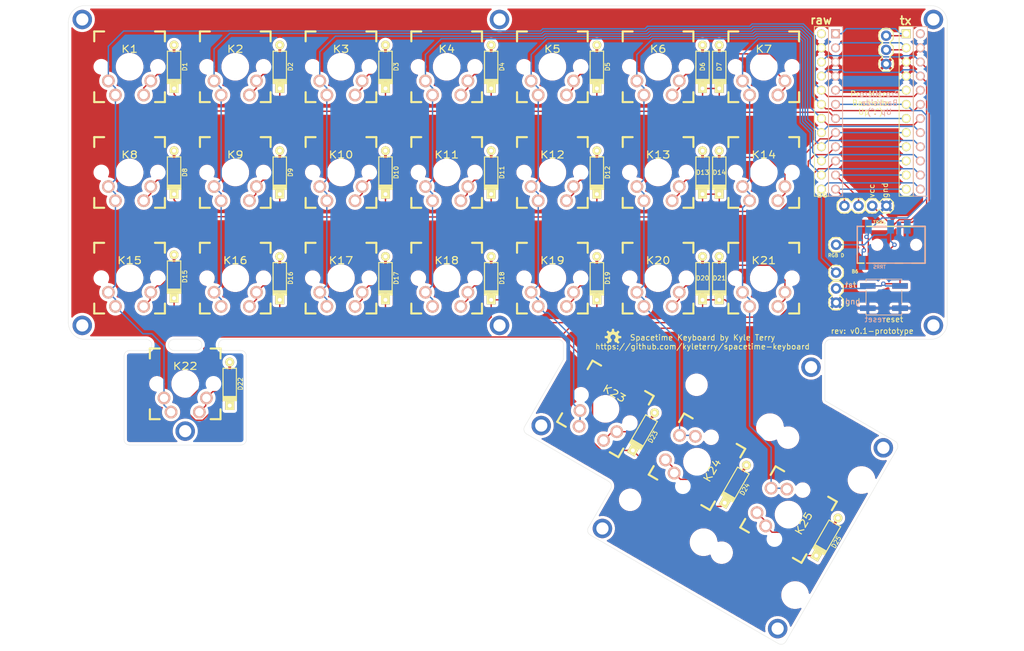
<source format=kicad_pcb>
(kicad_pcb (version 20171130) (host pcbnew 5.1.2)
  (title_block (title spacetime) (rev v0.1) (comment 1 "~36% Split Keyboard") (comment 2 "Kyle Terry") (comment 3 https://github.com/kyleterry/spacetime-keyboard))
  (layers (0 F.Cu signal) (31 B.Cu signal) (34 B.Paste user) (35 F.Paste user) (36 B.SilkS user) (37 F.SilkS user) (38 B.Mask user) (39 F.Mask user) (44 Edge.Cuts user))
  (net 0 "")
  (net 1 "Net-(D1-Pad2)")
  (net 2 /row0)
  (net 3 "Net-(D2-Pad2)")
  (net 4 "Net-(D3-Pad2)")
  (net 5 "Net-(D4-Pad2)")
  (net 6 "Net-(D5-Pad2)")
  (net 7 "Net-(D6-Pad2)")
  (net 8 "Net-(D7-Pad2)")
  (net 9 /row1)
  (net 10 "Net-(D8-Pad2)")
  (net 11 "Net-(D9-Pad2)")
  (net 12 "Net-(D10-Pad2)")
  (net 13 "Net-(D11-Pad2)")
  (net 14 "Net-(D12-Pad2)")
  (net 15 "Net-(D13-Pad2)")
  (net 16 "Net-(D14-Pad2)")
  (net 17 /row2)
  (net 18 "Net-(D15-Pad2)")
  (net 19 "Net-(D16-Pad2)")
  (net 20 "Net-(D17-Pad2)")
  (net 21 "Net-(D18-Pad2)")
  (net 22 "Net-(D19-Pad2)")
  (net 23 "Net-(D20-Pad2)")
  (net 24 "Net-(D21-Pad2)")
  (net 25 "Net-(D22-Pad2)")
  (net 26 /row3)
  (net 27 "Net-(D23-Pad2)")
  (net 28 "Net-(D24-Pad2)")
  (net 29 "Net-(D25-Pad2)")
  (net 30 GND)
  (net 31 VCC)
  (net 32 /serial0)
  (net 33 "Net-(J7-Pad2)")
  (net 34 "Net-(J7-Pad1)")
  (net 35 /col0)
  (net 36 /col1)
  (net 37 /col2)
  (net 38 /col3)
  (net 39 /col4)
  (net 40 /col5)
  (net 41 /col6)
  (net 42 "Net-(U1-Pad5)")
  (net 43 /rst)
  (net 44 /pdt1)
  (net 45 /xd1)
  (net 46 /tx)
  (net 47 /rx)
  (module Aesthetics:OSHW-LOGO-S (layer F.Cu) (at 164.9 86.6)
    (fp_text reference "" (at 0 0) (layer F.SilkS) (effects (font (size 1.524 1.524))))
    (fp_text value "" (at 0 0) (layer F.SilkS) (effects (font (size 1.524 1.524))))
  )
  (module Connectors:AUDIO_JACK_3.5MM_TRRS_SMD_RA (layer B.Cu) (at 221 70 180)
    (fp_text reference J3 hide)
    (fp_text value TRRS (at 8.2 -4) (layer B.SilkS) (effects (font (size 0.6096 0.6096) (thickness 0.127)) (justify mirror)))
    (pad "" np_thru_hole circle (at 8.5979 0 180) (size 1.19888 1.19888) (drill 1.19888) (layers *.Cu *.Mask))
    (pad "" np_thru_hole circle (at 1.59766 0 180) (size 1.19888 1.19888) (drill 1.19888) (layers *.Cu *.Mask))
    (pad TIP smd rect (at 10.1981 3.24866 180) (size 1.19888 2.49936) (layers B.Cu B.Paste B.Mask) (net 32 /serial0))
    (pad RING smd rect (at 3.19786 3.24866) (size 1.19888 2.49936) (layers B.Cu B.Paste B.Mask) (net 30 GND))
    (pad PASST smd rect (at 6.1976 3.24866 180) (size 1.19888 2.49936) (layers B.Cu B.Paste B.Mask) (net 44 /pdt1))
    (pad EART smd rect (at 11.29792 -3.24866 180) (size 1.19888 2.49936) (layers B.Cu B.Paste B.Mask) (net 31 VCC))
  )
  (module MountingHole:MountingHole_2.2mm_M2_ISO7380_Pad (layer F.Cu) (at 163 121)
    (fp_text reference REF** hide)
    (fp_text value MountingHole_2.2mm_M2_ISO7380_Pad)
    (pad 1 thru_hole circle (at 0 0) (size 3.5 3.5) (drill 2.2) (layers *.Cu *.Mask))
  )
  (module MountingHole:MountingHole_2.2mm_M2_ISO7380_Pad (layer F.Cu) (at 222.5 29.5)
    (fp_text reference REF** hide)
    (fp_text value MountingHole_2.2mm_M2_ISO7380_Pad)
    (pad 1 thru_hole circle (at 0 0) (size 3.5 3.5) (drill 2.2) (layers *.Cu *.Mask))
  )
  (module MountingHole:MountingHole_2.2mm_M2_ISO7380_Pad (layer F.Cu) (at 222.5 84.5)
    (fp_text reference REF** hide)
    (fp_text value MountingHole_2.2mm_M2_ISO7380_Pad)
    (pad 1 thru_hole circle (at 0 0) (size 3.5 3.5) (drill 2.2) (layers *.Cu *.Mask))
  )
  (module MountingHole:MountingHole_2.2mm_M2_ISO7380_Pad (layer F.Cu) (at 213.5 106.5)
    (fp_text reference REF** hide)
    (fp_text value MountingHole_2.2mm_M2_ISO7380_Pad)
    (pad 1 thru_hole circle (at 0 0) (size 3.5 3.5) (drill 2.2) (layers *.Cu *.Mask))
  )
  (module MountingHole:MountingHole_2.2mm_M2_ISO7380_Pad (layer F.Cu) (at 152 102.5)
    (fp_text reference REF** hide)
    (fp_text value MountingHole_2.2mm_M2_ISO7380_Pad)
    (pad 1 thru_hole circle (at 0 0) (size 3.5 3.5) (drill 2.2) (layers *.Cu *.Mask))
  )
  (module MountingHole:MountingHole_2.2mm_M2_ISO7380_Pad (layer F.Cu) (at 194.5 139)
    (fp_text reference REF** hide)
    (fp_text value MountingHole_2.2mm_M2_ISO7380_Pad)
    (pad 1 thru_hole circle (at 0 0) (size 3.5 3.5) (drill 2.2) (layers *.Cu *.Mask))
  )
  (module MountingHole:MountingHole_2.2mm_M2_ISO7380_Pad (layer F.Cu) (at 200.5 92)
    (fp_text reference REF** hide)
    (fp_text value MountingHole_2.2mm_M2_ISO7380_Pad)
    (pad 1 thru_hole circle (at 0 0) (size 3.5 3.5) (drill 2.2) (layers *.Cu *.Mask))
  )
  (module MountingHole:MountingHole_2.2mm_M2_ISO7380_Pad (layer F.Cu) (at 144.5 84.5)
    (fp_text reference REF** hide)
    (fp_text value MountingHole_2.2mm_M2_ISO7380_Pad)
    (pad 1 thru_hole circle (at 0 0) (size 3.5 3.5) (drill 2.2) (layers *.Cu *.Mask))
  )
  (module MountingHole:MountingHole_2.2mm_M2_ISO7380_Pad (layer F.Cu) (at 88 103.5)
    (fp_text reference REF** hide)
    (fp_text value MountingHole_2.2mm_M2_ISO7380_Pad)
    (pad 1 thru_hole circle (at 0 0) (size 3.5 3.5) (drill 2.2) (layers *.Cu *.Mask))
  )
  (module MountingHole:MountingHole_2.2mm_M2_ISO7380_Pad (layer F.Cu) (at 69.5 84.5)
    (fp_text reference REF** hide)
    (fp_text value MountingHole_2.2mm_M2_ISO7380_Pad)
    (pad 1 thru_hole circle (at 0 0) (size 3.5 3.5) (drill 2.2) (layers *.Cu *.Mask))
  )
  (module MountingHole:MountingHole_2.2mm_M2_ISO7380_Pad (layer F.Cu) (at 144.5 29.5)
    (fp_text reference REF** hide)
    (fp_text value MountingHole_2.2mm_M2_ISO7380_Pad)
    (pad 1 thru_hole circle (at 0 0) (size 3.5 3.5) (drill 2.2) (layers *.Cu *.Mask))
  )
  (module MountingHole:MountingHole_2.2mm_M2_ISO7380_Pad (layer F.Cu) (at 69.5 29.5)
    (fp_text reference REF** hide)
    (fp_text value MountingHole_2.2mm_M2_ISO7380_Pad)
    (pad 1 thru_hole circle (at 0 0) (size 3.5 3.5) (drill 2.2) (layers *.Cu *.Mask))
  )
  (module Connectors:1X02 (layer F.Cu) (at 206.5 63)
    (fp_text reference J7 hide)
    (fp_text value CONN_02 hide)
    (pad 1 thru_hole circle (at 0 0) (size 1.8796 1.8796) (drill 1.016) (layers *.Cu *.Mask) (net 34 "Net-(J7-Pad1)"))
    (pad 2 thru_hole circle (at 2.54 0) (size 1.8796 1.8796) (drill 1.016) (layers *.Cu *.Mask) (net 33 "Net-(J7-Pad2)"))
  )
  (module Button_Switch_SMD:SW_Push_1P1T_NO_CK_KSC6xxJ (layer B.Cu) (at 213.6 79.4 180)
    (fp_text reference reset (at 1.6 -4) (layer B.SilkS) (effects (justify mirror)))
    (fp_text value "RESET BTN")
    (pad 2 smd rect (at 2.9 -2 180) (size 2.8 1) (layers B.Cu B.Paste B.Mask) (net 30 GND))
    (pad 2 smd rect (at -2.9 -2 180) (size 2.8 1) (layers B.Cu B.Paste B.Mask) (net 30 GND))
    (pad 1 smd rect (at 2.9 2 180) (size 2.8 1) (layers B.Cu B.Paste B.Mask) (net 43 /rst))
    (pad 1 smd rect (at -2.9 2 180) (size 2.8 1) (layers B.Cu B.Paste B.Mask) (net 43 /rst))
  )
  (module promicro:ProMicro-reversible (layer F.Cu) (at 226.5 60)
    (fp_text reference U1 hide)
    (fp_text value ProMicro-reversible)
    (pad 3 thru_hole circle (at -21.59 -22.86 90) (size 1.6 1.6) (drill 1.1) (layers *.Cu *.Mask B.SilkS) (net 30 GND))
    (pad 21 thru_hole circle (at -6.35 -20.32 90) (size 1.6 1.6) (drill 1.1) (layers *.Cu *.Mask B.SilkS) (net 31 VCC))
    (pad 24 thru_hole circle (at -6.35 -27.94 90) (size 1.6 1.6) (drill 1.1) (layers *.Cu *.Mask B.SilkS))
    (pad 16 thru_hole circle (at -6.35 -7.62 90) (size 1.6 1.6) (drill 1.1) (layers *.Cu *.Mask B.SilkS) (net 39 /col4))
    (pad 11 thru_hole circle (at -21.59 -2.54 90) (size 1.6 1.6) (drill 1.1) (layers *.Cu *.Mask B.SilkS) (net 33 "Net-(J7-Pad2)"))
    (pad 22 thru_hole circle (at -6.35 -22.86 90) (size 1.6 1.6) (drill 1.1) (layers *.Cu *.Mask B.SilkS) (net 43 /rst))
    (pad 1 thru_hole rect (at -21.59 -27.94 90) (size 1.6 1.6) (drill 1.1) (layers *.Cu *.Mask B.SilkS) (net 46 /tx))
    (pad 18 thru_hole circle (at -6.35 -12.7 90) (size 1.6 1.6) (drill 1.1) (layers *.Cu *.Mask B.SilkS) (net 37 /col2))
    (pad 12 thru_hole circle (at -21.59 0 90) (size 1.6 1.6) (drill 1.1) (layers *.Cu *.Mask B.SilkS) (net 34 "Net-(J7-Pad1)"))
    (pad 23 thru_hole circle (at -6.35 -25.4 90) (size 1.6 1.6) (drill 1.1) (layers *.Cu *.Mask B.SilkS) (net 30 GND))
    (pad 13 thru_hole circle (at -6.35 0 90) (size 1.6 1.6) (drill 1.1) (layers *.Cu *.Mask B.SilkS) (net 45 /xd1))
    (pad 4 thru_hole circle (at -21.59 -20.32 90) (size 1.6 1.6) (drill 1.1) (layers *.Cu *.Mask B.SilkS) (net 30 GND))
    (pad 14 thru_hole circle (at -6.35 -2.54 90) (size 1.6 1.6) (drill 1.1) (layers *.Cu *.Mask B.SilkS) (net 41 /col6))
    (pad 10 thru_hole circle (at -21.59 -5.08 90) (size 1.6 1.6) (drill 1.1) (layers *.Cu *.Mask B.SilkS) (net 26 /row3))
    (pad 9 thru_hole circle (at -21.59 -7.62 90) (size 1.6 1.6) (drill 1.1) (layers *.Cu *.Mask B.SilkS) (net 17 /row2))
    (pad 6 thru_hole circle (at -21.59 -15.24 90) (size 1.6 1.6) (drill 1.1) (layers *.Cu *.Mask B.SilkS) (net 32 /serial0))
    (pad 7 thru_hole circle (at -21.59 -12.7 90) (size 1.6 1.6) (drill 1.1) (layers *.Cu *.Mask B.SilkS) (net 2 /row0))
    (pad 19 thru_hole circle (at -6.35 -15.24 90) (size 1.6 1.6) (drill 1.1) (layers *.Cu *.Mask B.SilkS) (net 36 /col1))
    (pad 5 thru_hole circle (at -21.59 -17.78 90) (size 1.6 1.6) (drill 1.1) (layers *.Cu *.Mask B.SilkS) (net 42 "Net-(U1-Pad5)"))
    (pad 15 thru_hole circle (at -6.35 -5.08 90) (size 1.6 1.6) (drill 1.1) (layers *.Cu *.Mask B.SilkS) (net 40 /col5))
    (pad 20 thru_hole circle (at -6.35 -17.78 90) (size 1.6 1.6) (drill 1.1) (layers *.Cu *.Mask B.SilkS) (net 35 /col0))
    (pad 8 thru_hole circle (at -21.59 -10.16 90) (size 1.6 1.6) (drill 1.1) (layers *.Cu *.Mask B.SilkS) (net 9 /row1))
    (pad 2 thru_hole circle (at -21.59 -25.4 90) (size 1.6 1.6) (drill 1.1) (layers *.Cu *.Mask B.SilkS) (net 47 /rx))
    (pad 17 thru_hole circle (at -6.35 -10.16 90) (size 1.6 1.6) (drill 1.1) (layers *.Cu *.Mask B.SilkS) (net 38 /col3))
    (pad 24 thru_hole circle (at -24.13 -27.94 90) (size 1.6 1.6) (drill 1.1) (layers *.Cu *.Mask F.SilkS))
    (pad 23 thru_hole circle (at -24.13 -25.4 90) (size 1.6 1.6) (drill 1.1) (layers *.Cu *.Mask F.SilkS) (net 30 GND))
    (pad 22 thru_hole circle (at -24.13 -22.86 90) (size 1.6 1.6) (drill 1.1) (layers *.Cu *.Mask F.SilkS) (net 43 /rst))
    (pad 21 thru_hole circle (at -24.13 -20.32 90) (size 1.6 1.6) (drill 1.1) (layers *.Cu *.Mask F.SilkS) (net 31 VCC))
    (pad 20 thru_hole circle (at -24.13 -17.78 90) (size 1.6 1.6) (drill 1.1) (layers *.Cu *.Mask F.SilkS) (net 35 /col0))
    (pad 19 thru_hole circle (at -24.13 -15.24 90) (size 1.6 1.6) (drill 1.1) (layers *.Cu *.Mask F.SilkS) (net 36 /col1))
    (pad 18 thru_hole circle (at -24.13 -12.7 90) (size 1.6 1.6) (drill 1.1) (layers *.Cu *.Mask F.SilkS) (net 37 /col2))
    (pad 17 thru_hole circle (at -24.13 -10.16 90) (size 1.6 1.6) (drill 1.1) (layers *.Cu *.Mask F.SilkS) (net 38 /col3))
    (pad 16 thru_hole circle (at -24.13 -7.62 90) (size 1.6 1.6) (drill 1.1) (layers *.Cu *.Mask F.SilkS) (net 39 /col4))
    (pad 15 thru_hole circle (at -24.13 -5.08 90) (size 1.6 1.6) (drill 1.1) (layers *.Cu *.Mask F.SilkS) (net 40 /col5))
    (pad 14 thru_hole circle (at -24.13 -2.54 90) (size 1.6 1.6) (drill 1.1) (layers *.Cu *.Mask F.SilkS) (net 41 /col6))
    (pad 13 thru_hole circle (at -24.13 0 90) (size 1.6 1.6) (drill 1.1) (layers *.Cu *.Mask F.SilkS) (net 45 /xd1))
    (pad 12 thru_hole circle (at -8.89 0 90) (size 1.6 1.6) (drill 1.1) (layers *.Cu *.Mask F.SilkS) (net 34 "Net-(J7-Pad1)"))
    (pad 11 thru_hole circle (at -8.89 -2.54 90) (size 1.6 1.6) (drill 1.1) (layers *.Cu *.Mask F.SilkS) (net 33 "Net-(J7-Pad2)"))
    (pad 10 thru_hole circle (at -8.89 -5.08 90) (size 1.6 1.6) (drill 1.1) (layers *.Cu *.Mask F.SilkS) (net 26 /row3))
    (pad 9 thru_hole circle (at -8.89 -7.62 90) (size 1.6 1.6) (drill 1.1) (layers *.Cu *.Mask F.SilkS) (net 17 /row2))
    (pad 8 thru_hole circle (at -8.89 -10.16 90) (size 1.6 1.6) (drill 1.1) (layers *.Cu *.Mask F.SilkS) (net 9 /row1))
    (pad 7 thru_hole circle (at -8.89 -12.7 90) (size 1.6 1.6) (drill 1.1) (layers *.Cu *.Mask F.SilkS) (net 2 /row0))
    (pad 6 thru_hole circle (at -8.89 -15.24 90) (size 1.6 1.6) (drill 1.1) (layers *.Cu *.Mask F.SilkS) (net 32 /serial0))
    (pad 5 thru_hole circle (at -8.89 -17.78 90) (size 1.6 1.6) (drill 1.1) (layers *.Cu *.Mask F.SilkS) (net 42 "Net-(U1-Pad5)"))
    (pad 4 thru_hole circle (at -8.89 -20.32 90) (size 1.6 1.6) (drill 1.1) (layers *.Cu *.Mask F.SilkS) (net 30 GND))
    (pad 3 thru_hole circle (at -8.89 -22.86 90) (size 1.6 1.6) (drill 1.1) (layers *.Cu *.Mask F.SilkS) (net 30 GND))
    (pad 2 thru_hole circle (at -8.89 -25.4 90) (size 1.6 1.6) (drill 1.1) (layers *.Cu *.Mask F.SilkS) (net 47 /rx))
    (pad 1 thru_hole rect (at -8.89 -27.94 90) (size 1.6 1.6) (drill 1.1) (layers *.Cu *.Mask F.SilkS) (net 46 /tx))
  )
  (module keyboard_parts:D_SOD123_axial (layer F.Cu) (at 86 38 90)
    (fp_text reference D1 (at 0 1.925 90) (layer F.SilkS) (effects (font (size 0.8 0.8))))
    (fp_text value D hide)
    (pad 2 smd rect (at 1.575 0 90) (size 1.2 1.2) (layers F.Cu F.Paste F.Mask) (net 1 "Net-(D1-Pad2)"))
    (pad 1 smd rect (at -1.575 0 90) (size 1.2 1.2) (layers F.Cu F.Paste F.Mask) (net 2 /row0))
    (pad 1 thru_hole rect (at -3.9 0 90) (size 1.6 1.6) (drill 0.7) (layers *.Cu *.Mask F.SilkS) (net 2 /row0))
    (pad 2 thru_hole circle (at 3.9 0 90) (size 1.6 1.6) (drill 0.7) (layers *.Cu *.Mask F.SilkS) (net 1 "Net-(D1-Pad2)"))
    (pad 1 smd rect (at -2.7 0 90) (size 2.5 0.5) (layers F.Cu) (net 2 /row0))
    (pad 2 smd rect (at 2.7 0 90) (size 2.5 0.5) (layers F.Cu) (net 1 "Net-(D1-Pad2)"))
  )
  (module keyboard_parts:D_SOD123_axial (layer F.Cu) (at 105 38 90)
    (fp_text reference D2 (at 0 1.925 90) (layer F.SilkS) (effects (font (size 0.8 0.8))))
    (fp_text value D hide)
    (pad 2 smd rect (at 2.7 0 90) (size 2.5 0.5) (layers F.Cu) (net 3 "Net-(D2-Pad2)"))
    (pad 1 smd rect (at -2.7 0 90) (size 2.5 0.5) (layers F.Cu) (net 2 /row0))
    (pad 2 thru_hole circle (at 3.9 0 90) (size 1.6 1.6) (drill 0.7) (layers *.Cu *.Mask F.SilkS) (net 3 "Net-(D2-Pad2)"))
    (pad 1 thru_hole rect (at -3.9 0 90) (size 1.6 1.6) (drill 0.7) (layers *.Cu *.Mask F.SilkS) (net 2 /row0))
    (pad 1 smd rect (at -1.575 0 90) (size 1.2 1.2) (layers F.Cu F.Paste F.Mask) (net 2 /row0))
    (pad 2 smd rect (at 1.575 0 90) (size 1.2 1.2) (layers F.Cu F.Paste F.Mask) (net 3 "Net-(D2-Pad2)"))
  )
  (module keyboard_parts:D_SOD123_axial (layer F.Cu) (at 124 38 90)
    (fp_text reference D3 (at 0 1.925 90) (layer F.SilkS) (effects (font (size 0.8 0.8))))
    (fp_text value D hide)
    (pad 2 smd rect (at 2.7 0 90) (size 2.5 0.5) (layers F.Cu) (net 4 "Net-(D3-Pad2)"))
    (pad 1 smd rect (at -2.7 0 90) (size 2.5 0.5) (layers F.Cu) (net 2 /row0))
    (pad 2 thru_hole circle (at 3.9 0 90) (size 1.6 1.6) (drill 0.7) (layers *.Cu *.Mask F.SilkS) (net 4 "Net-(D3-Pad2)"))
    (pad 1 thru_hole rect (at -3.9 0 90) (size 1.6 1.6) (drill 0.7) (layers *.Cu *.Mask F.SilkS) (net 2 /row0))
    (pad 1 smd rect (at -1.575 0 90) (size 1.2 1.2) (layers F.Cu F.Paste F.Mask) (net 2 /row0))
    (pad 2 smd rect (at 1.575 0 90) (size 1.2 1.2) (layers F.Cu F.Paste F.Mask) (net 4 "Net-(D3-Pad2)"))
  )
  (module keyboard_parts:D_SOD123_axial (layer F.Cu) (at 143 38 90)
    (fp_text reference D4 (at 0 1.925 90) (layer F.SilkS) (effects (font (size 0.8 0.8))))
    (fp_text value D hide)
    (pad 2 smd rect (at 2.7 0 90) (size 2.5 0.5) (layers F.Cu) (net 5 "Net-(D4-Pad2)"))
    (pad 1 smd rect (at -2.7 0 90) (size 2.5 0.5) (layers F.Cu) (net 2 /row0))
    (pad 2 thru_hole circle (at 3.9 0 90) (size 1.6 1.6) (drill 0.7) (layers *.Cu *.Mask F.SilkS) (net 5 "Net-(D4-Pad2)"))
    (pad 1 thru_hole rect (at -3.9 0 90) (size 1.6 1.6) (drill 0.7) (layers *.Cu *.Mask F.SilkS) (net 2 /row0))
    (pad 1 smd rect (at -1.575 0 90) (size 1.2 1.2) (layers F.Cu F.Paste F.Mask) (net 2 /row0))
    (pad 2 smd rect (at 1.575 0 90) (size 1.2 1.2) (layers F.Cu F.Paste F.Mask) (net 5 "Net-(D4-Pad2)"))
  )
  (module keyboard_parts:D_SOD123_axial (layer F.Cu) (at 162 38 90)
    (fp_text reference D5 (at 0 1.925 90) (layer F.SilkS) (effects (font (size 0.8 0.8))))
    (fp_text value D hide)
    (pad 2 smd rect (at 2.7 0 90) (size 2.5 0.5) (layers F.Cu) (net 6 "Net-(D5-Pad2)"))
    (pad 1 smd rect (at -2.7 0 90) (size 2.5 0.5) (layers F.Cu) (net 2 /row0))
    (pad 2 thru_hole circle (at 3.9 0 90) (size 1.6 1.6) (drill 0.7) (layers *.Cu *.Mask F.SilkS) (net 6 "Net-(D5-Pad2)"))
    (pad 1 thru_hole rect (at -3.9 0 90) (size 1.6 1.6) (drill 0.7) (layers *.Cu *.Mask F.SilkS) (net 2 /row0))
    (pad 1 smd rect (at -1.575 0 90) (size 1.2 1.2) (layers F.Cu F.Paste F.Mask) (net 2 /row0))
    (pad 2 smd rect (at 1.575 0 90) (size 1.2 1.2) (layers F.Cu F.Paste F.Mask) (net 6 "Net-(D5-Pad2)"))
  )
  (module keyboard_parts:D_SOD123_axial (layer F.Cu) (at 181 38 90)
    (fp_text reference D6 (at 0 0 90) (layer F.SilkS) (effects (font (size 0.8 0.8))))
    (fp_text value D hide)
    (pad 2 smd rect (at 1.575 0 90) (size 1.2 1.2) (layers F.Cu F.Paste F.Mask) (net 7 "Net-(D6-Pad2)"))
    (pad 1 smd rect (at -1.575 0 90) (size 1.2 1.2) (layers F.Cu F.Paste F.Mask) (net 2 /row0))
    (pad 1 thru_hole rect (at -3.9 0 90) (size 1.6 1.6) (drill 0.7) (layers *.Cu *.Mask F.SilkS) (net 2 /row0))
    (pad 2 thru_hole circle (at 3.9 0 90) (size 1.6 1.6) (drill 0.7) (layers *.Cu *.Mask F.SilkS) (net 7 "Net-(D6-Pad2)"))
    (pad 1 smd rect (at -2.7 0 90) (size 2.5 0.5) (layers F.Cu) (net 2 /row0))
    (pad 2 smd rect (at 2.7 0 90) (size 2.5 0.5) (layers F.Cu) (net 7 "Net-(D6-Pad2)"))
  )
  (module keyboard_parts:D_SOD123_axial (layer F.Cu) (at 184 38 90)
    (fp_text reference D7 (at 0 0 90) (layer F.SilkS) (effects (font (size 0.8 0.8))))
    (fp_text value D hide)
    (pad 2 smd rect (at 1.575 0 90) (size 1.2 1.2) (layers F.Cu F.Paste F.Mask) (net 8 "Net-(D7-Pad2)"))
    (pad 1 smd rect (at -1.575 0 90) (size 1.2 1.2) (layers F.Cu F.Paste F.Mask) (net 2 /row0))
    (pad 1 thru_hole rect (at -3.9 0 90) (size 1.6 1.6) (drill 0.7) (layers *.Cu *.Mask F.SilkS) (net 2 /row0))
    (pad 2 thru_hole circle (at 3.9 0 90) (size 1.6 1.6) (drill 0.7) (layers *.Cu *.Mask F.SilkS) (net 8 "Net-(D7-Pad2)"))
    (pad 1 smd rect (at -2.7 0 90) (size 2.5 0.5) (layers F.Cu) (net 2 /row0))
    (pad 2 smd rect (at 2.7 0 90) (size 2.5 0.5) (layers F.Cu) (net 8 "Net-(D7-Pad2)"))
  )
  (module keyboard_parts:D_SOD123_axial (layer F.Cu) (at 86 57 90)
    (fp_text reference D8 (at 0 1.925 90) (layer F.SilkS) (effects (font (size 0.8 0.8))))
    (fp_text value D hide)
    (pad 2 smd rect (at 1.575 0 90) (size 1.2 1.2) (layers F.Cu F.Paste F.Mask) (net 10 "Net-(D8-Pad2)"))
    (pad 1 smd rect (at -1.575 0 90) (size 1.2 1.2) (layers F.Cu F.Paste F.Mask) (net 9 /row1))
    (pad 1 thru_hole rect (at -3.9 0 90) (size 1.6 1.6) (drill 0.7) (layers *.Cu *.Mask F.SilkS) (net 9 /row1))
    (pad 2 thru_hole circle (at 3.9 0 90) (size 1.6 1.6) (drill 0.7) (layers *.Cu *.Mask F.SilkS) (net 10 "Net-(D8-Pad2)"))
    (pad 1 smd rect (at -2.7 0 90) (size 2.5 0.5) (layers F.Cu) (net 9 /row1))
    (pad 2 smd rect (at 2.7 0 90) (size 2.5 0.5) (layers F.Cu) (net 10 "Net-(D8-Pad2)"))
  )
  (module keyboard_parts:D_SOD123_axial (layer F.Cu) (at 105 57 90)
    (fp_text reference D9 (at 0 1.925 90) (layer F.SilkS) (effects (font (size 0.8 0.8))))
    (fp_text value D hide)
    (pad 2 smd rect (at 1.575 0 90) (size 1.2 1.2) (layers F.Cu F.Paste F.Mask) (net 11 "Net-(D9-Pad2)"))
    (pad 1 smd rect (at -1.575 0 90) (size 1.2 1.2) (layers F.Cu F.Paste F.Mask) (net 9 /row1))
    (pad 1 thru_hole rect (at -3.9 0 90) (size 1.6 1.6) (drill 0.7) (layers *.Cu *.Mask F.SilkS) (net 9 /row1))
    (pad 2 thru_hole circle (at 3.9 0 90) (size 1.6 1.6) (drill 0.7) (layers *.Cu *.Mask F.SilkS) (net 11 "Net-(D9-Pad2)"))
    (pad 1 smd rect (at -2.7 0 90) (size 2.5 0.5) (layers F.Cu) (net 9 /row1))
    (pad 2 smd rect (at 2.7 0 90) (size 2.5 0.5) (layers F.Cu) (net 11 "Net-(D9-Pad2)"))
  )
  (module keyboard_parts:D_SOD123_axial (layer F.Cu) (at 124 57 90)
    (fp_text reference D10 (at 0 1.925 90) (layer F.SilkS) (effects (font (size 0.8 0.8))))
    (fp_text value D hide)
    (pad 2 smd rect (at 2.7 0 90) (size 2.5 0.5) (layers F.Cu) (net 12 "Net-(D10-Pad2)"))
    (pad 1 smd rect (at -2.7 0 90) (size 2.5 0.5) (layers F.Cu) (net 9 /row1))
    (pad 2 thru_hole circle (at 3.9 0 90) (size 1.6 1.6) (drill 0.7) (layers *.Cu *.Mask F.SilkS) (net 12 "Net-(D10-Pad2)"))
    (pad 1 thru_hole rect (at -3.9 0 90) (size 1.6 1.6) (drill 0.7) (layers *.Cu *.Mask F.SilkS) (net 9 /row1))
    (pad 1 smd rect (at -1.575 0 90) (size 1.2 1.2) (layers F.Cu F.Paste F.Mask) (net 9 /row1))
    (pad 2 smd rect (at 1.575 0 90) (size 1.2 1.2) (layers F.Cu F.Paste F.Mask) (net 12 "Net-(D10-Pad2)"))
  )
  (module keyboard_parts:D_SOD123_axial (layer F.Cu) (at 143 57 90)
    (fp_text reference D11 (at 0 1.925 90) (layer F.SilkS) (effects (font (size 0.8 0.8))))
    (fp_text value D hide)
    (pad 2 smd rect (at 1.575 0 90) (size 1.2 1.2) (layers F.Cu F.Paste F.Mask) (net 13 "Net-(D11-Pad2)"))
    (pad 1 smd rect (at -1.575 0 90) (size 1.2 1.2) (layers F.Cu F.Paste F.Mask) (net 9 /row1))
    (pad 1 thru_hole rect (at -3.9 0 90) (size 1.6 1.6) (drill 0.7) (layers *.Cu *.Mask F.SilkS) (net 9 /row1))
    (pad 2 thru_hole circle (at 3.9 0 90) (size 1.6 1.6) (drill 0.7) (layers *.Cu *.Mask F.SilkS) (net 13 "Net-(D11-Pad2)"))
    (pad 1 smd rect (at -2.7 0 90) (size 2.5 0.5) (layers F.Cu) (net 9 /row1))
    (pad 2 smd rect (at 2.7 0 90) (size 2.5 0.5) (layers F.Cu) (net 13 "Net-(D11-Pad2)"))
  )
  (module keyboard_parts:D_SOD123_axial (layer F.Cu) (at 162 57 90)
    (fp_text reference D12 (at 0 1.925 90) (layer F.SilkS) (effects (font (size 0.8 0.8))))
    (fp_text value D hide)
    (pad 2 smd rect (at 2.7 0 90) (size 2.5 0.5) (layers F.Cu) (net 14 "Net-(D12-Pad2)"))
    (pad 1 smd rect (at -2.7 0 90) (size 2.5 0.5) (layers F.Cu) (net 9 /row1))
    (pad 2 thru_hole circle (at 3.9 0 90) (size 1.6 1.6) (drill 0.7) (layers *.Cu *.Mask F.SilkS) (net 14 "Net-(D12-Pad2)"))
    (pad 1 thru_hole rect (at -3.9 0 90) (size 1.6 1.6) (drill 0.7) (layers *.Cu *.Mask F.SilkS) (net 9 /row1))
    (pad 1 smd rect (at -1.575 0 90) (size 1.2 1.2) (layers F.Cu F.Paste F.Mask) (net 9 /row1))
    (pad 2 smd rect (at 1.575 0 90) (size 1.2 1.2) (layers F.Cu F.Paste F.Mask) (net 14 "Net-(D12-Pad2)"))
  )
  (module keyboard_parts:D_SOD123_axial (layer F.Cu) (at 181 57 90)
    (fp_text reference D13 (at 0 0) (layer F.SilkS) (effects (font (size 0.8 0.8))))
    (fp_text value D hide)
    (pad 2 smd rect (at 1.575 0 90) (size 1.2 1.2) (layers F.Cu F.Paste F.Mask) (net 15 "Net-(D13-Pad2)"))
    (pad 1 smd rect (at -1.575 0 90) (size 1.2 1.2) (layers F.Cu F.Paste F.Mask) (net 9 /row1))
    (pad 1 thru_hole rect (at -3.9 0 90) (size 1.6 1.6) (drill 0.7) (layers *.Cu *.Mask F.SilkS) (net 9 /row1))
    (pad 2 thru_hole circle (at 3.9 0 90) (size 1.6 1.6) (drill 0.7) (layers *.Cu *.Mask F.SilkS) (net 15 "Net-(D13-Pad2)"))
    (pad 1 smd rect (at -2.7 0 90) (size 2.5 0.5) (layers F.Cu) (net 9 /row1))
    (pad 2 smd rect (at 2.7 0 90) (size 2.5 0.5) (layers F.Cu) (net 15 "Net-(D13-Pad2)"))
  )
  (module keyboard_parts:D_SOD123_axial (layer F.Cu) (at 184 57 90)
    (fp_text reference D14 (at 0 0) (layer F.SilkS) (effects (font (size 0.8 0.8))))
    (fp_text value D hide)
    (pad 2 smd rect (at 2.7 0 90) (size 2.5 0.5) (layers F.Cu) (net 16 "Net-(D14-Pad2)"))
    (pad 1 smd rect (at -2.7 0 90) (size 2.5 0.5) (layers F.Cu) (net 9 /row1))
    (pad 2 thru_hole circle (at 3.9 0 90) (size 1.6 1.6) (drill 0.7) (layers *.Cu *.Mask F.SilkS) (net 16 "Net-(D14-Pad2)"))
    (pad 1 thru_hole rect (at -3.9 0 90) (size 1.6 1.6) (drill 0.7) (layers *.Cu *.Mask F.SilkS) (net 9 /row1))
    (pad 1 smd rect (at -1.575 0 90) (size 1.2 1.2) (layers F.Cu F.Paste F.Mask) (net 9 /row1))
    (pad 2 smd rect (at 1.575 0 90) (size 1.2 1.2) (layers F.Cu F.Paste F.Mask) (net 16 "Net-(D14-Pad2)"))
  )
  (module keyboard_parts:D_SOD123_axial (layer F.Cu) (at 86 75.7 90)
    (fp_text reference D15 (at 0 1.925 90) (layer F.SilkS) (effects (font (size 0.8 0.8))))
    (fp_text value D hide)
    (pad 2 smd rect (at 2.7 0 90) (size 2.5 0.5) (layers F.Cu) (net 18 "Net-(D15-Pad2)"))
    (pad 1 smd rect (at -2.7 0 90) (size 2.5 0.5) (layers F.Cu) (net 17 /row2))
    (pad 2 thru_hole circle (at 3.9 0 90) (size 1.6 1.6) (drill 0.7) (layers *.Cu *.Mask F.SilkS) (net 18 "Net-(D15-Pad2)"))
    (pad 1 thru_hole rect (at -3.9 0 90) (size 1.6 1.6) (drill 0.7) (layers *.Cu *.Mask F.SilkS) (net 17 /row2))
    (pad 1 smd rect (at -1.575 0 90) (size 1.2 1.2) (layers F.Cu F.Paste F.Mask) (net 17 /row2))
    (pad 2 smd rect (at 1.575 0 90) (size 1.2 1.2) (layers F.Cu F.Paste F.Mask) (net 18 "Net-(D15-Pad2)"))
  )
  (module keyboard_parts:D_SOD123_axial (layer F.Cu) (at 105 76 90)
    (fp_text reference D16 (at 0 1.925 90) (layer F.SilkS) (effects (font (size 0.8 0.8))))
    (fp_text value D hide)
    (pad 2 smd rect (at 1.575 0 90) (size 1.2 1.2) (layers F.Cu F.Paste F.Mask) (net 19 "Net-(D16-Pad2)"))
    (pad 1 smd rect (at -1.575 0 90) (size 1.2 1.2) (layers F.Cu F.Paste F.Mask) (net 17 /row2))
    (pad 1 thru_hole rect (at -3.9 0 90) (size 1.6 1.6) (drill 0.7) (layers *.Cu *.Mask F.SilkS) (net 17 /row2))
    (pad 2 thru_hole circle (at 3.9 0 90) (size 1.6 1.6) (drill 0.7) (layers *.Cu *.Mask F.SilkS) (net 19 "Net-(D16-Pad2)"))
    (pad 1 smd rect (at -2.7 0 90) (size 2.5 0.5) (layers F.Cu) (net 17 /row2))
    (pad 2 smd rect (at 2.7 0 90) (size 2.5 0.5) (layers F.Cu) (net 19 "Net-(D16-Pad2)"))
  )
  (module keyboard_parts:D_SOD123_axial (layer F.Cu) (at 124 76 90)
    (fp_text reference D17 (at 0 1.925 90) (layer F.SilkS) (effects (font (size 0.8 0.8))))
    (fp_text value D hide)
    (pad 2 smd rect (at 2.7 0 90) (size 2.5 0.5) (layers F.Cu) (net 20 "Net-(D17-Pad2)"))
    (pad 1 smd rect (at -2.7 0 90) (size 2.5 0.5) (layers F.Cu) (net 17 /row2))
    (pad 2 thru_hole circle (at 3.9 0 90) (size 1.6 1.6) (drill 0.7) (layers *.Cu *.Mask F.SilkS) (net 20 "Net-(D17-Pad2)"))
    (pad 1 thru_hole rect (at -3.9 0 90) (size 1.6 1.6) (drill 0.7) (layers *.Cu *.Mask F.SilkS) (net 17 /row2))
    (pad 1 smd rect (at -1.575 0 90) (size 1.2 1.2) (layers F.Cu F.Paste F.Mask) (net 17 /row2))
    (pad 2 smd rect (at 1.575 0 90) (size 1.2 1.2) (layers F.Cu F.Paste F.Mask) (net 20 "Net-(D17-Pad2)"))
  )
  (module keyboard_parts:D_SOD123_axial (layer F.Cu) (at 143 76 90)
    (fp_text reference D18 (at 0 1.925 90) (layer F.SilkS) (effects (font (size 0.8 0.8))))
    (fp_text value D hide)
    (pad 2 smd rect (at 1.575 0 90) (size 1.2 1.2) (layers F.Cu F.Paste F.Mask) (net 21 "Net-(D18-Pad2)"))
    (pad 1 smd rect (at -1.575 0 90) (size 1.2 1.2) (layers F.Cu F.Paste F.Mask) (net 17 /row2))
    (pad 1 thru_hole rect (at -3.9 0 90) (size 1.6 1.6) (drill 0.7) (layers *.Cu *.Mask F.SilkS) (net 17 /row2))
    (pad 2 thru_hole circle (at 3.9 0 90) (size 1.6 1.6) (drill 0.7) (layers *.Cu *.Mask F.SilkS) (net 21 "Net-(D18-Pad2)"))
    (pad 1 smd rect (at -2.7 0 90) (size 2.5 0.5) (layers F.Cu) (net 17 /row2))
    (pad 2 smd rect (at 2.7 0 90) (size 2.5 0.5) (layers F.Cu) (net 21 "Net-(D18-Pad2)"))
  )
  (module keyboard_parts:D_SOD123_axial (layer F.Cu) (at 162 76 90)
    (fp_text reference D19 (at 0 1.925 90) (layer F.SilkS) (effects (font (size 0.8 0.8))))
    (fp_text value D hide)
    (pad 2 smd rect (at 1.575 0 90) (size 1.2 1.2) (layers F.Cu F.Paste F.Mask) (net 22 "Net-(D19-Pad2)"))
    (pad 1 smd rect (at -1.575 0 90) (size 1.2 1.2) (layers F.Cu F.Paste F.Mask) (net 17 /row2))
    (pad 1 thru_hole rect (at -3.9 0 90) (size 1.6 1.6) (drill 0.7) (layers *.Cu *.Mask F.SilkS) (net 17 /row2))
    (pad 2 thru_hole circle (at 3.9 0 90) (size 1.6 1.6) (drill 0.7) (layers *.Cu *.Mask F.SilkS) (net 22 "Net-(D19-Pad2)"))
    (pad 1 smd rect (at -2.7 0 90) (size 2.5 0.5) (layers F.Cu) (net 17 /row2))
    (pad 2 smd rect (at 2.7 0 90) (size 2.5 0.5) (layers F.Cu) (net 22 "Net-(D19-Pad2)"))
  )
  (module keyboard_parts:D_SOD123_axial (layer F.Cu) (at 181 76 90)
    (fp_text reference D20 (at 0 0) (layer F.SilkS) (effects (font (size 0.8 0.8))))
    (fp_text value D hide)
    (pad 2 smd rect (at 1.575 0 90) (size 1.2 1.2) (layers F.Cu F.Paste F.Mask) (net 23 "Net-(D20-Pad2)"))
    (pad 1 smd rect (at -1.575 0 90) (size 1.2 1.2) (layers F.Cu F.Paste F.Mask) (net 17 /row2))
    (pad 1 thru_hole rect (at -3.9 0 90) (size 1.6 1.6) (drill 0.7) (layers *.Cu *.Mask F.SilkS) (net 17 /row2))
    (pad 2 thru_hole circle (at 3.9 0 90) (size 1.6 1.6) (drill 0.7) (layers *.Cu *.Mask F.SilkS) (net 23 "Net-(D20-Pad2)"))
    (pad 1 smd rect (at -2.7 0 90) (size 2.5 0.5) (layers F.Cu) (net 17 /row2))
    (pad 2 smd rect (at 2.7 0 90) (size 2.5 0.5) (layers F.Cu) (net 23 "Net-(D20-Pad2)"))
  )
  (module keyboard_parts:D_SOD123_axial (layer F.Cu) (at 184 76 90)
    (fp_text reference D21 (at 0 0) (layer F.SilkS) (effects (font (size 0.8 0.8))))
    (fp_text value D hide)
    (pad 2 smd rect (at 2.7 0 90) (size 2.5 0.5) (layers F.Cu) (net 24 "Net-(D21-Pad2)"))
    (pad 1 smd rect (at -2.7 0 90) (size 2.5 0.5) (layers F.Cu) (net 17 /row2))
    (pad 2 thru_hole circle (at 3.9 0 90) (size 1.6 1.6) (drill 0.7) (layers *.Cu *.Mask F.SilkS) (net 24 "Net-(D21-Pad2)"))
    (pad 1 thru_hole rect (at -3.9 0 90) (size 1.6 1.6) (drill 0.7) (layers *.Cu *.Mask F.SilkS) (net 17 /row2))
    (pad 1 smd rect (at -1.575 0 90) (size 1.2 1.2) (layers F.Cu F.Paste F.Mask) (net 17 /row2))
    (pad 2 smd rect (at 1.575 0 90) (size 1.2 1.2) (layers F.Cu F.Paste F.Mask) (net 24 "Net-(D21-Pad2)"))
  )
  (module keyboard_parts:D_SOD123_axial (layer F.Cu) (at 96 95 90)
    (fp_text reference D22 (at 0 1.925 90) (layer F.SilkS) (effects (font (size 0.8 0.8))))
    (fp_text value D hide)
    (pad 2 smd rect (at 1.575 0 90) (size 1.2 1.2) (layers F.Cu F.Paste F.Mask) (net 25 "Net-(D22-Pad2)"))
    (pad 1 smd rect (at -1.575 0 90) (size 1.2 1.2) (layers F.Cu F.Paste F.Mask) (net 26 /row3))
    (pad 1 thru_hole rect (at -3.9 0 90) (size 1.6 1.6) (drill 0.7) (layers *.Cu *.Mask F.SilkS) (net 26 /row3))
    (pad 2 thru_hole circle (at 3.9 0 90) (size 1.6 1.6) (drill 0.7) (layers *.Cu *.Mask F.SilkS) (net 25 "Net-(D22-Pad2)"))
    (pad 1 smd rect (at -2.7 0 90) (size 2.5 0.5) (layers F.Cu) (net 26 /row3))
    (pad 2 smd rect (at 2.7 0 90) (size 2.5 0.5) (layers F.Cu) (net 25 "Net-(D22-Pad2)"))
  )
  (module keyboard_parts:D_SOD123_axial (layer F.Cu) (at 170.423721 103.586602 60)
    (fp_text reference D23 (at 0 1.925 60) (layer F.SilkS) (effects (font (size 0.8 0.8))))
    (fp_text value D hide)
    (pad 2 smd rect (at 2.7 0 60) (size 2.5 0.5) (layers F.Cu) (net 27 "Net-(D23-Pad2)"))
    (pad 1 smd rect (at -2.7 0 60) (size 2.5 0.5) (layers F.Cu) (net 26 /row3))
    (pad 2 thru_hole circle (at 3.9 0 60) (size 1.6 1.6) (drill 0.7) (layers *.Cu *.Mask F.SilkS) (net 27 "Net-(D23-Pad2)"))
    (pad 1 thru_hole rect (at -3.9 0 60) (size 1.6 1.6) (drill 0.7) (layers *.Cu *.Mask F.SilkS) (net 26 /row3))
    (pad 1 smd rect (at -1.575 0 60) (size 1.2 1.2) (layers F.Cu F.Paste F.Mask) (net 26 /row3))
    (pad 2 smd rect (at 1.575 0 60) (size 1.2 1.2) (layers F.Cu F.Paste F.Mask) (net 27 "Net-(D23-Pad2)"))
  )
  (module keyboard_parts:D_SOD123_axial (layer F.Cu) (at 186.928202 112.999999 60)
    (fp_text reference D24 (at 0 1.925 60) (layer F.SilkS) (effects (font (size 0.8 0.8))))
    (fp_text value D hide)
    (pad 2 smd rect (at 1.575 0 60) (size 1.2 1.2) (layers F.Cu F.Paste F.Mask) (net 28 "Net-(D24-Pad2)"))
    (pad 1 smd rect (at -1.575 0 60) (size 1.2 1.2) (layers F.Cu F.Paste F.Mask) (net 26 /row3))
    (pad 1 thru_hole rect (at -3.9 0 60) (size 1.6 1.6) (drill 0.7) (layers *.Cu *.Mask F.SilkS) (net 26 /row3))
    (pad 2 thru_hole circle (at 3.9 0 60) (size 1.6 1.6) (drill 0.7) (layers *.Cu *.Mask F.SilkS) (net 28 "Net-(D24-Pad2)"))
    (pad 1 smd rect (at -2.7 0 60) (size 2.5 0.5) (layers F.Cu) (net 26 /row3))
    (pad 2 smd rect (at 2.7 0 60) (size 2.5 0.5) (layers F.Cu) (net 28 "Net-(D24-Pad2)"))
  )
  (module keyboard_parts:D_SOD123_axial (layer F.Cu) (at 203.382686 122.5 60)
    (fp_text reference D25 (at 0 1.925 60) (layer F.SilkS) (effects (font (size 0.8 0.8))))
    (fp_text value D hide)
    (pad 2 smd rect (at 2.7 0 60) (size 2.5 0.5) (layers F.Cu) (net 29 "Net-(D25-Pad2)"))
    (pad 1 smd rect (at -2.7 0 60) (size 2.5 0.5) (layers F.Cu) (net 26 /row3))
    (pad 2 thru_hole circle (at 3.9 0 60) (size 1.6 1.6) (drill 0.7) (layers *.Cu *.Mask F.SilkS) (net 29 "Net-(D25-Pad2)"))
    (pad 1 thru_hole rect (at -3.9 0 60) (size 1.6 1.6) (drill 0.7) (layers *.Cu *.Mask F.SilkS) (net 26 /row3))
    (pad 1 smd rect (at -1.575 0 60) (size 1.2 1.2) (layers F.Cu F.Paste F.Mask) (net 26 /row3))
    (pad 2 smd rect (at 1.575 0 60) (size 1.2 1.2) (layers F.Cu F.Paste F.Mask) (net 29 "Net-(D25-Pad2)"))
  )
  (module Connectors:1X02 (layer F.Cu) (at 205 80.4 90)
    (fp_text reference J1 hide)
    (fp_text value CONN_02 hide)
    (pad 1 thru_hole circle (at 0 0 90) (size 1.8796 1.8796) (drill 1.016) (layers *.Cu *.Mask) (net 30 GND))
    (pad 2 thru_hole circle (at 2.54 0 90) (size 1.8796 1.8796) (drill 1.016) (layers *.Cu *.Mask) (net 43 /rst))
  )
  (module Connectors:1X01 (layer F.Cu) (at 205 70)
    (fp_text reference J2 hide)
    (fp_text value "RGB D" (at 0 1.905) (layer F.SilkS) (effects (font (size 0.6096 0.6096) (thickness 0.127))))
    (pad 1 thru_hole circle (at 0 0) (size 1.8796 1.8796) (drill 1.016) (layers *.Cu *.Mask) (net 44 /pdt1))
  )
  (module Connectors:AUDIO_JACK_3.5MM_TRRS_SMD_RA (layer F.Cu) (at 221 70 180)
    (fp_text reference J3 hide)
    (fp_text value TRRS (at 8.2 4) (layer F.SilkS) (effects (font (size 0.6096 0.6096) (thickness 0.127))))
    (pad EART smd rect (at 11.29792 3.24866 180) (size 1.19888 2.49936) (layers F.Cu F.Paste F.Mask) (net 31 VCC))
    (pad PASST smd rect (at 6.1976 -3.24866 180) (size 1.19888 2.49936) (layers F.Cu F.Paste F.Mask) (net 44 /pdt1))
    (pad RING smd rect (at 3.19786 -3.24866) (size 1.19888 2.49936) (layers F.Cu F.Paste F.Mask) (net 30 GND))
    (pad TIP smd rect (at 10.1981 -3.24866 180) (size 1.19888 2.49936) (layers F.Cu F.Paste F.Mask) (net 32 /serial0))
    (pad "" np_thru_hole circle (at 1.59766 0 180) (size 1.19888 1.19888) (drill 1.19888) (layers *.Cu *.Mask))
    (pad "" np_thru_hole circle (at 8.5979 0 180) (size 1.19888 1.19888) (drill 1.19888) (layers *.Cu *.Mask))
  )
  (module Connectors:1X03 (layer F.Cu) (at 214 37.5 90)
    (fp_text reference J4 hide)
    (fp_text value CONN_03 hide)
    (pad 1 thru_hole circle (at 0 0 90) (size 1.8796 1.8796) (drill 1.016) (layers *.Cu *.Mask) (net 30 GND))
    (pad 2 thru_hole circle (at 2.54 0 90) (size 1.8796 1.8796) (drill 1.016) (layers *.Cu *.Mask) (net 47 /rx))
    (pad 3 thru_hole circle (at 5.08 0 90) (size 1.8796 1.8796) (drill 1.016) (layers *.Cu *.Mask) (net 46 /tx))
  )
  (module Connectors:1X02 (layer F.Cu) (at 211.5 63)
    (fp_text reference J7 hide)
    (fp_text value CONN_02 hide)
    (pad 2 thru_hole circle (at 2.54 0) (size 1.8796 1.8796) (drill 1.016) (layers *.Cu *.Mask) (net 30 GND))
    (pad 1 thru_hole circle (at 0 0) (size 1.8796 1.8796) (drill 1.016) (layers *.Cu *.Mask) (net 31 VCC))
  )
  (module Connectors:1X01 (layer F.Cu) (at 205 75)
    (fp_text reference J8 hide)
    (fp_text value B6 (at 3.4 -0.2) (layer F.SilkS) (effects (font (size 0.6096 0.6096) (thickness 0.127))))
    (pad 1 thru_hole circle (at 0 0) (size 1.8796 1.8796) (drill 1.016) (layers *.Cu *.Mask) (net 45 /xd1))
  )
  (module Keebio-Parts:MX_PCB_100H_DUAL_HOLE (layer F.Cu) (at 78 38 180)
    (fp_text reference K1 (at 0 3.175) (layer F.SilkS) (effects (font (size 1.27 1.524) (thickness 0.2032))))
    (fp_text value KEYSW hide)
    (pad 1 thru_hole circle (at 2.54 -5.08 180) (size 2.286 2.286) (drill 1.4986) (layers *.Cu *.SilkS *.Mask) (net 35 /col0))
    (pad 2 thru_hole circle (at -3.81 -2.54 180) (size 2.286 2.286) (drill 1.4986) (layers *.Cu *.SilkS *.Mask) (net 1 "Net-(D1-Pad2)"))
    (pad "" np_thru_hole circle (at 0 0 180) (size 3.9878 3.9878) (drill 3.9878) (layers *.Cu *.Mask))
    (pad "" np_thru_hole circle (at -5.08 0 180) (size 1.8 1.8) (drill 1.8) (layers *.Cu *.Mask))
    (pad "" np_thru_hole circle (at 5.08 0 180) (size 1.8 1.8) (drill 1.8) (layers *.Cu *.Mask))
    (pad 2 thru_hole circle (at -2.54 -5.08) (size 2.286 2.286) (drill 1.4986) (layers *.Cu *.SilkS *.Mask) (net 1 "Net-(D1-Pad2)"))
    (pad 1 thru_hole circle (at 3.81 -2.54) (size 2.286 2.286) (drill 1.4986) (layers *.Cu *.SilkS *.Mask) (net 35 /col0))
  )
  (module Keebio-Parts:MX_PCB_100H_DUAL_HOLE (layer F.Cu) (at 97 38 180)
    (fp_text reference K2 (at 0 3.175) (layer F.SilkS) (effects (font (size 1.27 1.524) (thickness 0.2032))))
    (fp_text value KEYSW hide)
    (pad 1 thru_hole circle (at 3.81 -2.54) (size 2.286 2.286) (drill 1.4986) (layers *.Cu *.SilkS *.Mask) (net 36 /col1))
    (pad 2 thru_hole circle (at -2.54 -5.08) (size 2.286 2.286) (drill 1.4986) (layers *.Cu *.SilkS *.Mask) (net 3 "Net-(D2-Pad2)"))
    (pad "" np_thru_hole circle (at 5.08 0 180) (size 1.8 1.8) (drill 1.8) (layers *.Cu *.Mask))
    (pad "" np_thru_hole circle (at -5.08 0 180) (size 1.8 1.8) (drill 1.8) (layers *.Cu *.Mask))
    (pad "" np_thru_hole circle (at 0 0 180) (size 3.9878 3.9878) (drill 3.9878) (layers *.Cu *.Mask))
    (pad 2 thru_hole circle (at -3.81 -2.54 180) (size 2.286 2.286) (drill 1.4986) (layers *.Cu *.SilkS *.Mask) (net 3 "Net-(D2-Pad2)"))
    (pad 1 thru_hole circle (at 2.54 -5.08 180) (size 2.286 2.286) (drill 1.4986) (layers *.Cu *.SilkS *.Mask) (net 36 /col1))
  )
  (module Keebio-Parts:MX_PCB_100H_DUAL_HOLE (layer F.Cu) (at 116 38 180)
    (fp_text reference K3 (at 0 3.175) (layer F.SilkS) (effects (font (size 1.27 1.524) (thickness 0.2032))))
    (fp_text value KEYSW hide)
    (pad 1 thru_hole circle (at 2.54 -5.08 180) (size 2.286 2.286) (drill 1.4986) (layers *.Cu *.SilkS *.Mask) (net 37 /col2))
    (pad 2 thru_hole circle (at -3.81 -2.54 180) (size 2.286 2.286) (drill 1.4986) (layers *.Cu *.SilkS *.Mask) (net 4 "Net-(D3-Pad2)"))
    (pad "" np_thru_hole circle (at 0 0 180) (size 3.9878 3.9878) (drill 3.9878) (layers *.Cu *.Mask))
    (pad "" np_thru_hole circle (at -5.08 0 180) (size 1.8 1.8) (drill 1.8) (layers *.Cu *.Mask))
    (pad "" np_thru_hole circle (at 5.08 0 180) (size 1.8 1.8) (drill 1.8) (layers *.Cu *.Mask))
    (pad 2 thru_hole circle (at -2.54 -5.08) (size 2.286 2.286) (drill 1.4986) (layers *.Cu *.SilkS *.Mask) (net 4 "Net-(D3-Pad2)"))
    (pad 1 thru_hole circle (at 3.81 -2.54) (size 2.286 2.286) (drill 1.4986) (layers *.Cu *.SilkS *.Mask) (net 37 /col2))
  )
  (module Keebio-Parts:MX_PCB_100H_DUAL_HOLE (layer F.Cu) (at 135 38 180)
    (fp_text reference K4 (at 0 3.175) (layer F.SilkS) (effects (font (size 1.27 1.524) (thickness 0.2032))))
    (fp_text value KEYSW hide)
    (pad 1 thru_hole circle (at 3.81 -2.54) (size 2.286 2.286) (drill 1.4986) (layers *.Cu *.SilkS *.Mask) (net 38 /col3))
    (pad 2 thru_hole circle (at -2.54 -5.08) (size 2.286 2.286) (drill 1.4986) (layers *.Cu *.SilkS *.Mask) (net 5 "Net-(D4-Pad2)"))
    (pad "" np_thru_hole circle (at 5.08 0 180) (size 1.8 1.8) (drill 1.8) (layers *.Cu *.Mask))
    (pad "" np_thru_hole circle (at -5.08 0 180) (size 1.8 1.8) (drill 1.8) (layers *.Cu *.Mask))
    (pad "" np_thru_hole circle (at 0 0 180) (size 3.9878 3.9878) (drill 3.9878) (layers *.Cu *.Mask))
    (pad 2 thru_hole circle (at -3.81 -2.54 180) (size 2.286 2.286) (drill 1.4986) (layers *.Cu *.SilkS *.Mask) (net 5 "Net-(D4-Pad2)"))
    (pad 1 thru_hole circle (at 2.54 -5.08 180) (size 2.286 2.286) (drill 1.4986) (layers *.Cu *.SilkS *.Mask) (net 38 /col3))
  )
  (module Keebio-Parts:MX_PCB_100H_DUAL_HOLE (layer F.Cu) (at 154 38 180)
    (fp_text reference K5 (at 0 3.175) (layer F.SilkS) (effects (font (size 1.27 1.524) (thickness 0.2032))))
    (fp_text value KEYSW hide)
    (pad 1 thru_hole circle (at 3.81 -2.54) (size 2.286 2.286) (drill 1.4986) (layers *.Cu *.SilkS *.Mask) (net 39 /col4))
    (pad 2 thru_hole circle (at -2.54 -5.08) (size 2.286 2.286) (drill 1.4986) (layers *.Cu *.SilkS *.Mask) (net 6 "Net-(D5-Pad2)"))
    (pad "" np_thru_hole circle (at 5.08 0 180) (size 1.8 1.8) (drill 1.8) (layers *.Cu *.Mask))
    (pad "" np_thru_hole circle (at -5.08 0 180) (size 1.8 1.8) (drill 1.8) (layers *.Cu *.Mask))
    (pad "" np_thru_hole circle (at 0 0 180) (size 3.9878 3.9878) (drill 3.9878) (layers *.Cu *.Mask))
    (pad 2 thru_hole circle (at -3.81 -2.54 180) (size 2.286 2.286) (drill 1.4986) (layers *.Cu *.SilkS *.Mask) (net 6 "Net-(D5-Pad2)"))
    (pad 1 thru_hole circle (at 2.54 -5.08 180) (size 2.286 2.286) (drill 1.4986) (layers *.Cu *.SilkS *.Mask) (net 39 /col4))
  )
  (module Keebio-Parts:MX_PCB_100H_DUAL_HOLE (layer F.Cu) (at 173 38 180)
    (fp_text reference K6 (at 0 3.175) (layer F.SilkS) (effects (font (size 1.27 1.524) (thickness 0.2032))))
    (fp_text value KEYSW hide)
    (pad 1 thru_hole circle (at 3.81 -2.54) (size 2.286 2.286) (drill 1.4986) (layers *.Cu *.SilkS *.Mask) (net 40 /col5))
    (pad 2 thru_hole circle (at -2.54 -5.08) (size 2.286 2.286) (drill 1.4986) (layers *.Cu *.SilkS *.Mask) (net 7 "Net-(D6-Pad2)"))
    (pad "" np_thru_hole circle (at 5.08 0 180) (size 1.8 1.8) (drill 1.8) (layers *.Cu *.Mask))
    (pad "" np_thru_hole circle (at -5.08 0 180) (size 1.8 1.8) (drill 1.8) (layers *.Cu *.Mask))
    (pad "" np_thru_hole circle (at 0 0 180) (size 3.9878 3.9878) (drill 3.9878) (layers *.Cu *.Mask))
    (pad 2 thru_hole circle (at -3.81 -2.54 180) (size 2.286 2.286) (drill 1.4986) (layers *.Cu *.SilkS *.Mask) (net 7 "Net-(D6-Pad2)"))
    (pad 1 thru_hole circle (at 2.54 -5.08 180) (size 2.286 2.286) (drill 1.4986) (layers *.Cu *.SilkS *.Mask) (net 40 /col5))
  )
  (module Keebio-Parts:MX_PCB_100H_DUAL_HOLE (layer F.Cu) (at 192 38 180)
    (fp_text reference K7 (at 0 3.175) (layer F.SilkS) (effects (font (size 1.27 1.524) (thickness 0.2032))))
    (fp_text value KEYSW hide)
    (pad 1 thru_hole circle (at 2.54 -5.08 180) (size 2.286 2.286) (drill 1.4986) (layers *.Cu *.SilkS *.Mask) (net 41 /col6))
    (pad 2 thru_hole circle (at -3.81 -2.54 180) (size 2.286 2.286) (drill 1.4986) (layers *.Cu *.SilkS *.Mask) (net 8 "Net-(D7-Pad2)"))
    (pad "" np_thru_hole circle (at 0 0 180) (size 3.9878 3.9878) (drill 3.9878) (layers *.Cu *.Mask))
    (pad "" np_thru_hole circle (at -5.08 0 180) (size 1.8 1.8) (drill 1.8) (layers *.Cu *.Mask))
    (pad "" np_thru_hole circle (at 5.08 0 180) (size 1.8 1.8) (drill 1.8) (layers *.Cu *.Mask))
    (pad 2 thru_hole circle (at -2.54 -5.08) (size 2.286 2.286) (drill 1.4986) (layers *.Cu *.SilkS *.Mask) (net 8 "Net-(D7-Pad2)"))
    (pad 1 thru_hole circle (at 3.81 -2.54) (size 2.286 2.286) (drill 1.4986) (layers *.Cu *.SilkS *.Mask) (net 41 /col6))
  )
  (module Keebio-Parts:MX_PCB_100H_DUAL_HOLE (layer F.Cu) (at 78 57 180)
    (fp_text reference K8 (at 0 3.175) (layer F.SilkS) (effects (font (size 1.27 1.524) (thickness 0.2032))))
    (fp_text value KEYSW hide)
    (pad 1 thru_hole circle (at 3.81 -2.54) (size 2.286 2.286) (drill 1.4986) (layers *.Cu *.SilkS *.Mask) (net 35 /col0))
    (pad 2 thru_hole circle (at -2.54 -5.08) (size 2.286 2.286) (drill 1.4986) (layers *.Cu *.SilkS *.Mask) (net 10 "Net-(D8-Pad2)"))
    (pad "" np_thru_hole circle (at 5.08 0 180) (size 1.8 1.8) (drill 1.8) (layers *.Cu *.Mask))
    (pad "" np_thru_hole circle (at -5.08 0 180) (size 1.8 1.8) (drill 1.8) (layers *.Cu *.Mask))
    (pad "" np_thru_hole circle (at 0 0 180) (size 3.9878 3.9878) (drill 3.9878) (layers *.Cu *.Mask))
    (pad 2 thru_hole circle (at -3.81 -2.54 180) (size 2.286 2.286) (drill 1.4986) (layers *.Cu *.SilkS *.Mask) (net 10 "Net-(D8-Pad2)"))
    (pad 1 thru_hole circle (at 2.54 -5.08 180) (size 2.286 2.286) (drill 1.4986) (layers *.Cu *.SilkS *.Mask) (net 35 /col0))
  )
  (module Keebio-Parts:MX_PCB_100H_DUAL_HOLE (layer F.Cu) (at 97 57 180)
    (fp_text reference K9 (at 0 3.175) (layer F.SilkS) (effects (font (size 1.27 1.524) (thickness 0.2032))))
    (fp_text value KEYSW hide)
    (pad 1 thru_hole circle (at 2.54 -5.08 180) (size 2.286 2.286) (drill 1.4986) (layers *.Cu *.SilkS *.Mask) (net 36 /col1))
    (pad 2 thru_hole circle (at -3.81 -2.54 180) (size 2.286 2.286) (drill 1.4986) (layers *.Cu *.SilkS *.Mask) (net 11 "Net-(D9-Pad2)"))
    (pad "" np_thru_hole circle (at 0 0 180) (size 3.9878 3.9878) (drill 3.9878) (layers *.Cu *.Mask))
    (pad "" np_thru_hole circle (at -5.08 0 180) (size 1.8 1.8) (drill 1.8) (layers *.Cu *.Mask))
    (pad "" np_thru_hole circle (at 5.08 0 180) (size 1.8 1.8) (drill 1.8) (layers *.Cu *.Mask))
    (pad 2 thru_hole circle (at -2.54 -5.08) (size 2.286 2.286) (drill 1.4986) (layers *.Cu *.SilkS *.Mask) (net 11 "Net-(D9-Pad2)"))
    (pad 1 thru_hole circle (at 3.81 -2.54) (size 2.286 2.286) (drill 1.4986) (layers *.Cu *.SilkS *.Mask) (net 36 /col1))
  )
  (module Keebio-Parts:MX_PCB_100H_DUAL_HOLE (layer F.Cu) (at 116 57 180)
    (fp_text reference K10 (at 0 3.175) (layer F.SilkS) (effects (font (size 1.27 1.524) (thickness 0.2032))))
    (fp_text value KEYSW hide)
    (pad 1 thru_hole circle (at 3.81 -2.54) (size 2.286 2.286) (drill 1.4986) (layers *.Cu *.SilkS *.Mask) (net 37 /col2))
    (pad 2 thru_hole circle (at -2.54 -5.08) (size 2.286 2.286) (drill 1.4986) (layers *.Cu *.SilkS *.Mask) (net 12 "Net-(D10-Pad2)"))
    (pad "" np_thru_hole circle (at 5.08 0 180) (size 1.8 1.8) (drill 1.8) (layers *.Cu *.Mask))
    (pad "" np_thru_hole circle (at -5.08 0 180) (size 1.8 1.8) (drill 1.8) (layers *.Cu *.Mask))
    (pad "" np_thru_hole circle (at 0 0 180) (size 3.9878 3.9878) (drill 3.9878) (layers *.Cu *.Mask))
    (pad 2 thru_hole circle (at -3.81 -2.54 180) (size 2.286 2.286) (drill 1.4986) (layers *.Cu *.SilkS *.Mask) (net 12 "Net-(D10-Pad2)"))
    (pad 1 thru_hole circle (at 2.54 -5.08 180) (size 2.286 2.286) (drill 1.4986) (layers *.Cu *.SilkS *.Mask) (net 37 /col2))
  )
  (module Keebio-Parts:MX_PCB_100H_DUAL_HOLE (layer F.Cu) (at 135 57 180)
    (fp_text reference K11 (at 0 3.175) (layer F.SilkS) (effects (font (size 1.27 1.524) (thickness 0.2032))))
    (fp_text value KEYSW hide)
    (pad 1 thru_hole circle (at 3.81 -2.54) (size 2.286 2.286) (drill 1.4986) (layers *.Cu *.SilkS *.Mask) (net 38 /col3))
    (pad 2 thru_hole circle (at -2.54 -5.08) (size 2.286 2.286) (drill 1.4986) (layers *.Cu *.SilkS *.Mask) (net 13 "Net-(D11-Pad2)"))
    (pad "" np_thru_hole circle (at 5.08 0 180) (size 1.8 1.8) (drill 1.8) (layers *.Cu *.Mask))
    (pad "" np_thru_hole circle (at -5.08 0 180) (size 1.8 1.8) (drill 1.8) (layers *.Cu *.Mask))
    (pad "" np_thru_hole circle (at 0 0 180) (size 3.9878 3.9878) (drill 3.9878) (layers *.Cu *.Mask))
    (pad 2 thru_hole circle (at -3.81 -2.54 180) (size 2.286 2.286) (drill 1.4986) (layers *.Cu *.SilkS *.Mask) (net 13 "Net-(D11-Pad2)"))
    (pad 1 thru_hole circle (at 2.54 -5.08 180) (size 2.286 2.286) (drill 1.4986) (layers *.Cu *.SilkS *.Mask) (net 38 /col3))
  )
  (module Keebio-Parts:MX_PCB_100H_DUAL_HOLE (layer F.Cu) (at 154 57 180)
    (fp_text reference K12 (at 0 3.175) (layer F.SilkS) (effects (font (size 1.27 1.524) (thickness 0.2032))))
    (fp_text value KEYSW hide)
    (pad 1 thru_hole circle (at 2.54 -5.08 180) (size 2.286 2.286) (drill 1.4986) (layers *.Cu *.SilkS *.Mask) (net 39 /col4))
    (pad 2 thru_hole circle (at -3.81 -2.54 180) (size 2.286 2.286) (drill 1.4986) (layers *.Cu *.SilkS *.Mask) (net 14 "Net-(D12-Pad2)"))
    (pad "" np_thru_hole circle (at 0 0 180) (size 3.9878 3.9878) (drill 3.9878) (layers *.Cu *.Mask))
    (pad "" np_thru_hole circle (at -5.08 0 180) (size 1.8 1.8) (drill 1.8) (layers *.Cu *.Mask))
    (pad "" np_thru_hole circle (at 5.08 0 180) (size 1.8 1.8) (drill 1.8) (layers *.Cu *.Mask))
    (pad 2 thru_hole circle (at -2.54 -5.08) (size 2.286 2.286) (drill 1.4986) (layers *.Cu *.SilkS *.Mask) (net 14 "Net-(D12-Pad2)"))
    (pad 1 thru_hole circle (at 3.81 -2.54) (size 2.286 2.286) (drill 1.4986) (layers *.Cu *.SilkS *.Mask) (net 39 /col4))
  )
  (module Keebio-Parts:MX_PCB_100H_DUAL_HOLE (layer F.Cu) (at 173 57 180)
    (fp_text reference K13 (at 0 3.175) (layer F.SilkS) (effects (font (size 1.27 1.524) (thickness 0.2032))))
    (fp_text value KEYSW hide)
    (pad 1 thru_hole circle (at 2.54 -5.08 180) (size 2.286 2.286) (drill 1.4986) (layers *.Cu *.SilkS *.Mask) (net 40 /col5))
    (pad 2 thru_hole circle (at -3.81 -2.54 180) (size 2.286 2.286) (drill 1.4986) (layers *.Cu *.SilkS *.Mask) (net 15 "Net-(D13-Pad2)"))
    (pad "" np_thru_hole circle (at 0 0 180) (size 3.9878 3.9878) (drill 3.9878) (layers *.Cu *.Mask))
    (pad "" np_thru_hole circle (at -5.08 0 180) (size 1.8 1.8) (drill 1.8) (layers *.Cu *.Mask))
    (pad "" np_thru_hole circle (at 5.08 0 180) (size 1.8 1.8) (drill 1.8) (layers *.Cu *.Mask))
    (pad 2 thru_hole circle (at -2.54 -5.08) (size 2.286 2.286) (drill 1.4986) (layers *.Cu *.SilkS *.Mask) (net 15 "Net-(D13-Pad2)"))
    (pad 1 thru_hole circle (at 3.81 -2.54) (size 2.286 2.286) (drill 1.4986) (layers *.Cu *.SilkS *.Mask) (net 40 /col5))
  )
  (module Keebio-Parts:MX_PCB_100H_DUAL_HOLE (layer F.Cu) (at 192 57 180)
    (fp_text reference K14 (at 0 3.175) (layer F.SilkS) (effects (font (size 1.27 1.524) (thickness 0.2032))))
    (fp_text value KEYSW hide)
    (pad 1 thru_hole circle (at 3.81 -2.54) (size 2.286 2.286) (drill 1.4986) (layers *.Cu *.SilkS *.Mask) (net 41 /col6))
    (pad 2 thru_hole circle (at -2.54 -5.08) (size 2.286 2.286) (drill 1.4986) (layers *.Cu *.SilkS *.Mask) (net 16 "Net-(D14-Pad2)"))
    (pad "" np_thru_hole circle (at 5.08 0 180) (size 1.8 1.8) (drill 1.8) (layers *.Cu *.Mask))
    (pad "" np_thru_hole circle (at -5.08 0 180) (size 1.8 1.8) (drill 1.8) (layers *.Cu *.Mask))
    (pad "" np_thru_hole circle (at 0 0 180) (size 3.9878 3.9878) (drill 3.9878) (layers *.Cu *.Mask))
    (pad 2 thru_hole circle (at -3.81 -2.54 180) (size 2.286 2.286) (drill 1.4986) (layers *.Cu *.SilkS *.Mask) (net 16 "Net-(D14-Pad2)"))
    (pad 1 thru_hole circle (at 2.54 -5.08 180) (size 2.286 2.286) (drill 1.4986) (layers *.Cu *.SilkS *.Mask) (net 41 /col6))
  )
  (module Keebio-Parts:MX_PCB_100H_DUAL_HOLE (layer F.Cu) (at 78 76 180)
    (fp_text reference K15 (at 0 3.175) (layer F.SilkS) (effects (font (size 1.27 1.524) (thickness 0.2032))))
    (fp_text value KEYSW hide)
    (pad 1 thru_hole circle (at 3.81 -2.54) (size 2.286 2.286) (drill 1.4986) (layers *.Cu *.SilkS *.Mask) (net 35 /col0))
    (pad 2 thru_hole circle (at -2.54 -5.08) (size 2.286 2.286) (drill 1.4986) (layers *.Cu *.SilkS *.Mask) (net 18 "Net-(D15-Pad2)"))
    (pad "" np_thru_hole circle (at 5.08 0 180) (size 1.8 1.8) (drill 1.8) (layers *.Cu *.Mask))
    (pad "" np_thru_hole circle (at -5.08 0 180) (size 1.8 1.8) (drill 1.8) (layers *.Cu *.Mask))
    (pad "" np_thru_hole circle (at 0 0 180) (size 3.9878 3.9878) (drill 3.9878) (layers *.Cu *.Mask))
    (pad 2 thru_hole circle (at -3.81 -2.54 180) (size 2.286 2.286) (drill 1.4986) (layers *.Cu *.SilkS *.Mask) (net 18 "Net-(D15-Pad2)"))
    (pad 1 thru_hole circle (at 2.54 -5.08 180) (size 2.286 2.286) (drill 1.4986) (layers *.Cu *.SilkS *.Mask) (net 35 /col0))
  )
  (module Keebio-Parts:MX_PCB_100H_DUAL_HOLE (layer F.Cu) (at 97 76 180)
    (fp_text reference K16 (at 0 3.175) (layer F.SilkS) (effects (font (size 1.27 1.524) (thickness 0.2032))))
    (fp_text value KEYSW hide)
    (pad 1 thru_hole circle (at 3.81 -2.54) (size 2.286 2.286) (drill 1.4986) (layers *.Cu *.SilkS *.Mask) (net 36 /col1))
    (pad 2 thru_hole circle (at -2.54 -5.08) (size 2.286 2.286) (drill 1.4986) (layers *.Cu *.SilkS *.Mask) (net 19 "Net-(D16-Pad2)"))
    (pad "" np_thru_hole circle (at 5.08 0 180) (size 1.8 1.8) (drill 1.8) (layers *.Cu *.Mask))
    (pad "" np_thru_hole circle (at -5.08 0 180) (size 1.8 1.8) (drill 1.8) (layers *.Cu *.Mask))
    (pad "" np_thru_hole circle (at 0 0 180) (size 3.9878 3.9878) (drill 3.9878) (layers *.Cu *.Mask))
    (pad 2 thru_hole circle (at -3.81 -2.54 180) (size 2.286 2.286) (drill 1.4986) (layers *.Cu *.SilkS *.Mask) (net 19 "Net-(D16-Pad2)"))
    (pad 1 thru_hole circle (at 2.54 -5.08 180) (size 2.286 2.286) (drill 1.4986) (layers *.Cu *.SilkS *.Mask) (net 36 /col1))
  )
  (module Keebio-Parts:MX_PCB_100H_DUAL_HOLE (layer F.Cu) (at 116 76 180)
    (fp_text reference K17 (at 0 3.175) (layer F.SilkS) (effects (font (size 1.27 1.524) (thickness 0.2032))))
    (fp_text value KEYSW hide)
    (pad 1 thru_hole circle (at 2.54 -5.08 180) (size 2.286 2.286) (drill 1.4986) (layers *.Cu *.SilkS *.Mask) (net 37 /col2))
    (pad 2 thru_hole circle (at -3.81 -2.54 180) (size 2.286 2.286) (drill 1.4986) (layers *.Cu *.SilkS *.Mask) (net 20 "Net-(D17-Pad2)"))
    (pad "" np_thru_hole circle (at 0 0 180) (size 3.9878 3.9878) (drill 3.9878) (layers *.Cu *.Mask))
    (pad "" np_thru_hole circle (at -5.08 0 180) (size 1.8 1.8) (drill 1.8) (layers *.Cu *.Mask))
    (pad "" np_thru_hole circle (at 5.08 0 180) (size 1.8 1.8) (drill 1.8) (layers *.Cu *.Mask))
    (pad 2 thru_hole circle (at -2.54 -5.08) (size 2.286 2.286) (drill 1.4986) (layers *.Cu *.SilkS *.Mask) (net 20 "Net-(D17-Pad2)"))
    (pad 1 thru_hole circle (at 3.81 -2.54) (size 2.286 2.286) (drill 1.4986) (layers *.Cu *.SilkS *.Mask) (net 37 /col2))
  )
  (module Keebio-Parts:MX_PCB_100H_DUAL_HOLE (layer F.Cu) (at 135 76 180)
    (fp_text reference K18 (at 0 3.175) (layer F.SilkS) (effects (font (size 1.27 1.524) (thickness 0.2032))))
    (fp_text value KEYSW hide)
    (pad 1 thru_hole circle (at 2.54 -5.08 180) (size 2.286 2.286) (drill 1.4986) (layers *.Cu *.SilkS *.Mask) (net 38 /col3))
    (pad 2 thru_hole circle (at -3.81 -2.54 180) (size 2.286 2.286) (drill 1.4986) (layers *.Cu *.SilkS *.Mask) (net 21 "Net-(D18-Pad2)"))
    (pad "" np_thru_hole circle (at 0 0 180) (size 3.9878 3.9878) (drill 3.9878) (layers *.Cu *.Mask))
    (pad "" np_thru_hole circle (at -5.08 0 180) (size 1.8 1.8) (drill 1.8) (layers *.Cu *.Mask))
    (pad "" np_thru_hole circle (at 5.08 0 180) (size 1.8 1.8) (drill 1.8) (layers *.Cu *.Mask))
    (pad 2 thru_hole circle (at -2.54 -5.08) (size 2.286 2.286) (drill 1.4986) (layers *.Cu *.SilkS *.Mask) (net 21 "Net-(D18-Pad2)"))
    (pad 1 thru_hole circle (at 3.81 -2.54) (size 2.286 2.286) (drill 1.4986) (layers *.Cu *.SilkS *.Mask) (net 38 /col3))
  )
  (module Keebio-Parts:MX_PCB_100H_DUAL_HOLE (layer F.Cu) (at 154 76 180)
    (fp_text reference K19 (at 0 3.175) (layer F.SilkS) (effects (font (size 1.27 1.524) (thickness 0.2032))))
    (fp_text value KEYSW hide)
    (pad 1 thru_hole circle (at 2.54 -5.08 180) (size 2.286 2.286) (drill 1.4986) (layers *.Cu *.SilkS *.Mask) (net 39 /col4))
    (pad 2 thru_hole circle (at -3.81 -2.54 180) (size 2.286 2.286) (drill 1.4986) (layers *.Cu *.SilkS *.Mask) (net 22 "Net-(D19-Pad2)"))
    (pad "" np_thru_hole circle (at 0 0 180) (size 3.9878 3.9878) (drill 3.9878) (layers *.Cu *.Mask))
    (pad "" np_thru_hole circle (at -5.08 0 180) (size 1.8 1.8) (drill 1.8) (layers *.Cu *.Mask))
    (pad "" np_thru_hole circle (at 5.08 0 180) (size 1.8 1.8) (drill 1.8) (layers *.Cu *.Mask))
    (pad 2 thru_hole circle (at -2.54 -5.08) (size 2.286 2.286) (drill 1.4986) (layers *.Cu *.SilkS *.Mask) (net 22 "Net-(D19-Pad2)"))
    (pad 1 thru_hole circle (at 3.81 -2.54) (size 2.286 2.286) (drill 1.4986) (layers *.Cu *.SilkS *.Mask) (net 39 /col4))
  )
  (module Keebio-Parts:MX_PCB_100H_DUAL_HOLE (layer F.Cu) (at 173 76 180)
    (fp_text reference K20 (at 0 3.175) (layer F.SilkS) (effects (font (size 1.27 1.524) (thickness 0.2032))))
    (fp_text value KEYSW hide)
    (pad 1 thru_hole circle (at 2.54 -5.08 180) (size 2.286 2.286) (drill 1.4986) (layers *.Cu *.SilkS *.Mask) (net 40 /col5))
    (pad 2 thru_hole circle (at -3.81 -2.54 180) (size 2.286 2.286) (drill 1.4986) (layers *.Cu *.SilkS *.Mask) (net 23 "Net-(D20-Pad2)"))
    (pad "" np_thru_hole circle (at 0 0 180) (size 3.9878 3.9878) (drill 3.9878) (layers *.Cu *.Mask))
    (pad "" np_thru_hole circle (at -5.08 0 180) (size 1.8 1.8) (drill 1.8) (layers *.Cu *.Mask))
    (pad "" np_thru_hole circle (at 5.08 0 180) (size 1.8 1.8) (drill 1.8) (layers *.Cu *.Mask))
    (pad 2 thru_hole circle (at -2.54 -5.08) (size 2.286 2.286) (drill 1.4986) (layers *.Cu *.SilkS *.Mask) (net 23 "Net-(D20-Pad2)"))
    (pad 1 thru_hole circle (at 3.81 -2.54) (size 2.286 2.286) (drill 1.4986) (layers *.Cu *.SilkS *.Mask) (net 40 /col5))
  )
  (module Keebio-Parts:MX_PCB_100H_DUAL_HOLE (layer F.Cu) (at 192 76 180)
    (fp_text reference K21 (at 0 3.175) (layer F.SilkS) (effects (font (size 1.27 1.524) (thickness 0.2032))))
    (fp_text value KEYSW hide)
    (pad 1 thru_hole circle (at 2.54 -5.08 180) (size 2.286 2.286) (drill 1.4986) (layers *.Cu *.SilkS *.Mask) (net 41 /col6))
    (pad 2 thru_hole circle (at -3.81 -2.54 180) (size 2.286 2.286) (drill 1.4986) (layers *.Cu *.SilkS *.Mask) (net 24 "Net-(D21-Pad2)"))
    (pad "" np_thru_hole circle (at 0 0 180) (size 3.9878 3.9878) (drill 3.9878) (layers *.Cu *.Mask))
    (pad "" np_thru_hole circle (at -5.08 0 180) (size 1.8 1.8) (drill 1.8) (layers *.Cu *.Mask))
    (pad "" np_thru_hole circle (at 5.08 0 180) (size 1.8 1.8) (drill 1.8) (layers *.Cu *.Mask))
    (pad 2 thru_hole circle (at -2.54 -5.08) (size 2.286 2.286) (drill 1.4986) (layers *.Cu *.SilkS *.Mask) (net 24 "Net-(D21-Pad2)"))
    (pad 1 thru_hole circle (at 3.81 -2.54) (size 2.286 2.286) (drill 1.4986) (layers *.Cu *.SilkS *.Mask) (net 41 /col6))
  )
  (module Keebio-Parts:MX_PCB_100H_DUAL_HOLE (layer F.Cu) (at 88 95 180)
    (fp_text reference K22 (at 0 3.175) (layer F.SilkS) (effects (font (size 1.27 1.524) (thickness 0.2032))))
    (fp_text value KEYSW hide)
    (pad 1 thru_hole circle (at 2.54 -5.08 180) (size 2.286 2.286) (drill 1.4986) (layers *.Cu *.SilkS *.Mask) (net 35 /col0))
    (pad 2 thru_hole circle (at -3.81 -2.54 180) (size 2.286 2.286) (drill 1.4986) (layers *.Cu *.SilkS *.Mask) (net 25 "Net-(D22-Pad2)"))
    (pad "" np_thru_hole circle (at 0 0 180) (size 3.9878 3.9878) (drill 3.9878) (layers *.Cu *.Mask))
    (pad "" np_thru_hole circle (at -5.08 0 180) (size 1.8 1.8) (drill 1.8) (layers *.Cu *.Mask))
    (pad "" np_thru_hole circle (at 5.08 0 180) (size 1.8 1.8) (drill 1.8) (layers *.Cu *.Mask))
    (pad 2 thru_hole circle (at -2.54 -5.08) (size 2.286 2.286) (drill 1.4986) (layers *.Cu *.SilkS *.Mask) (net 25 "Net-(D22-Pad2)"))
    (pad 1 thru_hole circle (at 3.81 -2.54) (size 2.286 2.286) (drill 1.4986) (layers *.Cu *.SilkS *.Mask) (net 35 /col0))
  )
  (module Keebio-Parts:MX_PCB_100H_DUAL_HOLE (layer F.Cu) (at 163.545516 99.5 150)
    (fp_text reference K23 (at 0 3.175 150) (layer F.SilkS) (effects (font (size 1.27 1.524) (thickness 0.2032))))
    (fp_text value KEYSW hide)
    (pad 1 thru_hole circle (at 3.81 -2.54 330) (size 2.286 2.286) (drill 1.4986) (layers *.Cu *.SilkS *.Mask) (net 39 /col4))
    (pad 2 thru_hole circle (at -2.54 -5.08 330) (size 2.286 2.286) (drill 1.4986) (layers *.Cu *.SilkS *.Mask) (net 27 "Net-(D23-Pad2)"))
    (pad "" np_thru_hole circle (at 5.08 0 150) (size 1.8 1.8) (drill 1.8) (layers *.Cu *.Mask))
    (pad "" np_thru_hole circle (at -5.08 0 150) (size 1.8 1.8) (drill 1.8) (layers *.Cu *.Mask))
    (pad "" np_thru_hole circle (at 0 0 150) (size 3.9878 3.9878) (drill 3.9878) (layers *.Cu *.Mask))
    (pad 2 thru_hole circle (at -3.81 -2.54 150) (size 2.286 2.286) (drill 1.4986) (layers *.Cu *.SilkS *.Mask) (net 27 "Net-(D23-Pad2)"))
    (pad 1 thru_hole circle (at 2.54 -5.08 150) (size 2.286 2.286) (drill 1.4986) (layers *.Cu *.SilkS *.Mask) (net 39 /col4))
  )
  (module Keebio-Parts:MX_PCB_200V_DUAL_HOLES (layer F.Cu) (at 180 109 330)
    (fp_text reference K24 (at 3.175 0 60) (layer F.SilkS) (effects (font (size 1.27 1.524) (thickness 0.2032))))
    (fp_text value KEYSW hide)
    (pad 1 thru_hole circle (at -5.08 -2.54 60) (size 2.286 2.286) (drill 1.4986) (layers *.Cu *.SilkS *.Mask) (net 40 /col5))
    (pad 2 thru_hole circle (at -2.54 3.81 60) (size 2.286 2.286) (drill 1.4986) (layers *.Cu *.SilkS *.Mask) (net 28 "Net-(D24-Pad2)"))
    (pad "" np_thru_hole circle (at 0 0 60) (size 3.9878 3.9878) (drill 3.9878) (layers *.Cu *.Mask))
    (pad "" np_thru_hole circle (at 0 5.08 60) (size 1.8 1.8) (drill 1.8) (layers *.Cu *.Mask))
    (pad "" np_thru_hole circle (at 0 -5.08 60) (size 1.8 1.8) (drill 1.8) (layers *.Cu *.Mask))
    (pad "" np_thru_hole circle (at -6.985 11.938 60) (size 3.048 3.048) (drill 3.048) (layers *.Cu *.Mask))
    (pad "" np_thru_hole circle (at -6.985 -11.938 60) (size 3.048 3.048) (drill 3.048) (layers *.Cu *.Mask))
    (pad "" np_thru_hole circle (at 8.255 11.938 60) (size 3.9878 3.9878) (drill 3.9878) (layers *.Cu *.Mask))
    (pad "" np_thru_hole circle (at 8.255 -11.938 60) (size 3.9878 3.9878) (drill 3.9878) (layers *.Cu *.Mask))
    (pad 1 thru_hole circle (at -5.08 -2.54 60) (size 2.286 2.286) (drill 1.4986) (layers *.Cu *.SilkS *.Mask) (net 40 /col5))
    (pad 2 thru_hole circle (at -2.54 3.81 60) (size 2.286 2.286) (drill 1.4986) (layers *.Cu *.SilkS *.Mask) (net 28 "Net-(D24-Pad2)"))
    (pad 2 thru_hole circle (at -5.08 2.54 60) (size 2.286 2.286) (drill 1.4986) (layers *.Cu *.SilkS *.Mask) (net 28 "Net-(D24-Pad2)"))
    (pad 2 thru_hole circle (at -5.08 2.54 60) (size 2.286 2.286) (drill 1.4986) (layers *.Cu *.SilkS *.Mask) (net 28 "Net-(D24-Pad2)"))
    (pad 1 thru_hole circle (at -2.54 -3.81 60) (size 2.286 2.286) (drill 1.4986) (layers *.Cu *.SilkS *.Mask) (net 40 /col5))
  )
  (module Keebio-Parts:MX_PCB_200V_DUAL_HOLES (layer F.Cu) (at 196.454483 118.5 330)
    (fp_text reference K25 (at 3.175 0 60) (layer F.SilkS) (effects (font (size 1.27 1.524) (thickness 0.2032))))
    (fp_text value KEYSW hide)
    (pad 1 thru_hole circle (at -2.54 -3.81 60) (size 2.286 2.286) (drill 1.4986) (layers *.Cu *.SilkS *.Mask) (net 41 /col6))
    (pad 2 thru_hole circle (at -5.08 2.54 60) (size 2.286 2.286) (drill 1.4986) (layers *.Cu *.SilkS *.Mask) (net 29 "Net-(D25-Pad2)"))
    (pad 2 thru_hole circle (at -5.08 2.54 60) (size 2.286 2.286) (drill 1.4986) (layers *.Cu *.SilkS *.Mask) (net 29 "Net-(D25-Pad2)"))
    (pad 2 thru_hole circle (at -2.54 3.81 60) (size 2.286 2.286) (drill 1.4986) (layers *.Cu *.SilkS *.Mask) (net 29 "Net-(D25-Pad2)"))
    (pad 1 thru_hole circle (at -5.08 -2.54 60) (size 2.286 2.286) (drill 1.4986) (layers *.Cu *.SilkS *.Mask) (net 41 /col6))
    (pad "" np_thru_hole circle (at 8.255 -11.938 60) (size 3.9878 3.9878) (drill 3.9878) (layers *.Cu *.Mask))
    (pad "" np_thru_hole circle (at 8.255 11.938 60) (size 3.9878 3.9878) (drill 3.9878) (layers *.Cu *.Mask))
    (pad "" np_thru_hole circle (at -6.985 -11.938 60) (size 3.048 3.048) (drill 3.048) (layers *.Cu *.Mask))
    (pad "" np_thru_hole circle (at -6.985 11.938 60) (size 3.048 3.048) (drill 3.048) (layers *.Cu *.Mask))
    (pad "" np_thru_hole circle (at 0 -5.08 60) (size 1.8 1.8) (drill 1.8) (layers *.Cu *.Mask))
    (pad "" np_thru_hole circle (at 0 5.08 60) (size 1.8 1.8) (drill 1.8) (layers *.Cu *.Mask))
    (pad "" np_thru_hole circle (at 0 0 60) (size 3.9878 3.9878) (drill 3.9878) (layers *.Cu *.Mask))
    (pad 2 thru_hole circle (at -2.54 3.81 60) (size 2.286 2.286) (drill 1.4986) (layers *.Cu *.SilkS *.Mask) (net 29 "Net-(D25-Pad2)"))
    (pad 1 thru_hole circle (at -5.08 -2.54 60) (size 2.286 2.286) (drill 1.4986) (layers *.Cu *.SilkS *.Mask) (net 41 /col6))
  )
  (module Button_Switch_SMD:SW_Push_1P1T_NO_CK_KSC6xxJ (layer F.Cu) (at 213.6 79.4)
    (fp_text reference reset (at 1.6 4) (layer F.SilkS))
    (fp_text value "RESET BTN")
    (pad 1 smd rect (at -2.9 -2) (size 2.8 1) (layers F.Cu F.Paste F.Mask) (net 43 /rst))
    (pad 1 smd rect (at 2.9 -2) (size 2.8 1) (layers F.Cu F.Paste F.Mask) (net 43 /rst))
    (pad 2 smd rect (at -2.9 2) (size 2.8 1) (layers F.Cu F.Paste F.Mask) (net 30 GND))
    (pad 2 smd rect (at 2.9 2) (size 2.8 1) (layers F.Cu F.Paste F.Mask) (net 30 GND))
  )
  (gr_text raw (at 202.3 29.6) (layer F.SilkS) (effects (font (size 1.5 1.5) (thickness 0.3))))
  (gr_text tx (at 217.5 29.7) (layer F.SilkS) (effects (font (size 1.5 1.5) (thickness 0.3))))
  (gr_text "rev: v0.1-prototype" (at 211.5 85.5) (layer F.SilkS) (effects (font (size 1 1))))
  (gr_text "Spacetime Keyboard by Kyle Terry\nhttps://github.com/kyleterry/spacetime-keyboard" (at 181 87.5) (layer F.SilkS) (effects (font (size 1 1))))
  (gr_line (start 222 87) (end 204 87) (layer Edge.Cuts) (width 0.05))
  (gr_line (start 225 30) (end 225 84) (layer Edge.Cuts) (width 0.05))
  (gr_line (start 222 27) (end 70 27) (layer Edge.Cuts) (width 0.05))
  (gr_text vcc (at 211.4 60.3 90) (layer F.SilkS) (effects (font (size 1 1))))
  (gr_text gnd (at 213.8 60.2 90) (layer F.SilkS) (effects (font (size 1 1))))
  (gr_text gnd (at 208 80.2) (layer B.SilkS) (effects (font (size 1 1)) (justify mirror)))
  (gr_text gnd (at 208 80.2) (layer F.SilkS) (effects (font (size 1 1))))
  (gr_text rst (at 207.6 77.2) (layer B.SilkS) (effects (font (size 1 1)) (justify mirror)))
  (gr_text rst (at 207.6 77.2) (layer F.SilkS) (effects (font (size 1 1))))
  (gr_text "Pro Micro\nBackside\nUp :^)" (at 212.8 44.5) (layer B.SilkS) (effects (font (size 1 1)) (justify mirror)))
  (gr_text B6 (at 202.5 61) (layer F.SilkS) (effects (font (size 1 1))))
  (gr_text "Pro Micro\nBackside\nUp :^)" (at 211.2 44.5) (layer F.SilkS) (effects (font (size 1 1))))
  (gr_line (start 149.019238 102.660254) (end 156 90.6) (layer Edge.Cuts) (width 0.05))
  (gr_line (start 156 88) (end 156 90.6) (layer Edge.Cuts) (width 0.05))
  (gr_arc (start 155 88) (end 156 88) (angle -90) (layer Edge.Cuts) (width 0.05))
  (gr_line (start 203 97.8) (end 203 88) (layer Edge.Cuts) (width 0.05))
  (gr_line (start 203.083975 98.07735) (end 215.614737 105.313467) (layer Edge.Cuts) (width 0.05))
  (gr_arc (start 203.5 97.8) (end 203 97.8) (angle -33.69006753) (layer Edge.Cuts) (width 0.05))
  (gr_line (start 146 87) (end 155 87) (layer Edge.Cuts) (width 0.05))
  (gr_line (start 215.980762 106.679492) (end 213.480762 111.009619) (layer Edge.Cuts) (width 0.05))
  (gr_arc (start 215.114737 106.179492) (end 215.980762 106.679492) (angle -90) (layer Edge.Cuts) (width 0.05))
  (gr_line (start 164.107695 112.526278) (end 149.385262 104.026279) (layer Edge.Cuts) (width 0.05))
  (gr_line (start 160.473721 120.820507) (end 164.473721 113.892305) (layer Edge.Cuts) (width 0.05))
  (gr_line (start 194.614737 141.686533) (end 160.839746 122.186532) (layer Edge.Cuts) (width 0.05))
  (gr_line (start 195.980761 141.320508) (end 213.480762 111.009619) (layer Edge.Cuts) (width 0.05))
  (gr_arc (start 149.885262 103.160254) (end 149.019238 102.660254) (angle -90) (layer Edge.Cuts) (width 0.05))
  (gr_arc (start 163.607695 113.392305) (end 164.473721 113.892305) (angle -90) (layer Edge.Cuts) (width 0.05))
  (gr_arc (start 161.339746 121.320508) (end 160.473721 120.820507) (angle -90) (layer Edge.Cuts) (width 0.05))
  (gr_arc (start 195.114737 140.820508) (end 194.614737 141.686533) (angle -90) (layer Edge.Cuts) (width 0.05))
  (gr_line (start 86 89) (end 90 89) (layer Edge.Cuts) (width 0.05))
  (gr_line (start 90 87) (end 86 87) (layer Edge.Cuts) (width 0.05))
  (gr_line (start 146 87) (end 99 87) (layer Edge.Cuts) (width 0.05))
  (gr_arc (start 204 88) (end 204 87) (angle -90) (layer Edge.Cuts) (width 0.05))
  (gr_arc (start 222 84) (end 222 87) (angle -90) (layer Edge.Cuts) (width 0.05))
  (gr_line (start 99 105) (end 99 90) (layer Edge.Cuts) (width 0.05))
  (gr_line (start 78 106) (end 98 106) (layer Edge.Cuts) (width 0.05))
  (gr_line (start 77 90) (end 77 105) (layer Edge.Cuts) (width 0.05))
  (gr_arc (start 98 105) (end 98 106) (angle -90) (layer Edge.Cuts) (width 0.05))
  (gr_arc (start 78 105) (end 77 105) (angle -90) (layer Edge.Cuts) (width 0.05))
  (gr_line (start 95 87) (end 99 87) (layer Edge.Cuts) (width 0.05))
  (gr_line (start 98 89) (end 95 89) (layer Edge.Cuts) (width 0.05))
  (gr_arc (start 98 90) (end 99 90) (angle -90) (layer Edge.Cuts) (width 0.05))
  (gr_line (start 78 89) (end 81 89) (layer Edge.Cuts) (width 0.05))
  (gr_arc (start 78 90) (end 78 89) (angle -90) (layer Edge.Cuts) (width 0.05))
  (gr_line (start 70 87) (end 81 87) (layer Edge.Cuts) (width 0.05))
  (gr_arc (start 95 88) (end 95 87) (angle -180) (layer Edge.Cuts) (width 0.05))
  (gr_arc (start 81 88) (end 81 89) (angle -180) (layer Edge.Cuts) (width 0.05))
  (gr_arc (start 90 88) (end 90 89) (angle -180) (layer Edge.Cuts) (width 0.05))
  (gr_arc (start 86 88) (end 86 87) (angle -180) (layer Edge.Cuts) (width 0.05))
  (gr_line (start 67 84) (end 67 30) (layer Edge.Cuts) (width 0.05))
  (gr_arc (start 70 84) (end 67 84) (angle -90) (layer Edge.Cuts) (width 0.05))
  (gr_arc (start 222 30) (end 225 30) (angle -90) (layer Edge.Cuts) (width 0.05))
  (gr_arc (start 70 30) (end 70 27) (angle -90) (layer Edge.Cuts) (width 0.05))
  (segment (start 80.54 41.81) (end 80.54 43.08) (width 0.25) (layer F.Cu) (net 1))
  (segment (start 81.81 40.54) (end 80.54 41.81) (width 0.25) (layer F.Cu) (net 1))
  (segment (start 86 37.275) (end 86 36.425) (width 0.25) (layer F.Cu) (net 1))
  (segment (start 83.877999 39.397001) (end 86 37.275) (width 0.25) (layer F.Cu) (net 1))
  (segment (start 81.81 40.54) (end 82.952999 39.397001) (width 0.25) (layer F.Cu) (net 1))
  (segment (start 82.952999 39.397001) (end 83.877999 39.397001) (width 0.25) (layer F.Cu) (net 1))
  (segment (start 86 42.95) (end 89 45.95) (width 0.25) (layer F.Cu) (net 2))
  (segment (start 86 41.9) (end 86 42.95) (width 0.25) (layer F.Cu) (net 2))
  (segment (start 89 45.95) (end 104.05 45.95) (width 0.25) (layer F.Cu) (net 2))
  (segment (start 105 45) (end 105 41.9) (width 0.25) (layer F.Cu) (net 2))
  (segment (start 104.05 45.95) (end 105 45) (width 0.25) (layer F.Cu) (net 2))
  (segment (start 105 45) (end 106 46) (width 0.25) (layer F.Cu) (net 2))
  (segment (start 106 46) (end 123 46) (width 0.25) (layer F.Cu) (net 2))
  (segment (start 123 46) (end 124 45) (width 0.25) (layer F.Cu) (net 2))
  (segment (start 124 45) (end 124 41.9) (width 0.25) (layer F.Cu) (net 2))
  (segment (start 124 45) (end 125 46) (width 0.25) (layer F.Cu) (net 2))
  (segment (start 125 46) (end 142 46) (width 0.25) (layer F.Cu) (net 2))
  (segment (start 142 46) (end 143 45) (width 0.25) (layer F.Cu) (net 2))
  (segment (start 143 45) (end 143 41.9) (width 0.25) (layer F.Cu) (net 2))
  (segment (start 143 45) (end 144 46) (width 0.25) (layer F.Cu) (net 2))
  (segment (start 144 46) (end 161 46) (width 0.25) (layer F.Cu) (net 2))
  (segment (start 161 46) (end 162 45) (width 0.25) (layer F.Cu) (net 2))
  (segment (start 162 45) (end 162 41.9) (width 0.25) (layer F.Cu) (net 2))
  (segment (start 162 45) (end 163 46) (width 0.25) (layer F.Cu) (net 2))
  (segment (start 163 46) (end 180 46) (width 0.25) (layer F.Cu) (net 2))
  (segment (start 180 46) (end 181 45) (width 0.25) (layer F.Cu) (net 2))
  (segment (start 181 45) (end 181 41.9) (width 0.25) (layer F.Cu) (net 2))
  (segment (start 181 41.9) (end 184 41.9) (width 0.25) (layer F.Cu) (net 2))
  (segment (start 184 41.9) (end 184 45) (width 0.25) (layer F.Cu) (net 2))
  (segment (start 203.784999 46.174999) (end 204.110001 46.500001) (width 0.25) (layer F.Cu) (net 2))
  (segment (start 204.110001 46.500001) (end 204.91 47.3) (width 0.25) (layer F.Cu) (net 2))
  (segment (start 185.174999 46.174999) (end 203.784999 46.174999) (width 0.25) (layer F.Cu) (net 2))
  (segment (start 184 45) (end 185.174999 46.174999) (width 0.25) (layer F.Cu) (net 2))
  (segment (start 204.91 47.3) (end 217.61 47.3) (width 0.25) (layer B.Cu) (net 2))
  (segment (start 100.81 41.81) (end 100.81 40.54) (width 0.25) (layer F.Cu) (net 3))
  (segment (start 99.54 43.08) (end 100.81 41.81) (width 0.25) (layer F.Cu) (net 3))
  (segment (start 105 37.275) (end 105 36.425) (width 0.25) (layer F.Cu) (net 3))
  (segment (start 102.877999 39.397001) (end 105 37.275) (width 0.25) (layer F.Cu) (net 3))
  (segment (start 101.952999 39.397001) (end 102.877999 39.397001) (width 0.25) (layer F.Cu) (net 3))
  (segment (start 100.81 40.54) (end 101.952999 39.397001) (width 0.25) (layer F.Cu) (net 3))
  (segment (start 119.81 41.81) (end 119.81 40.54) (width 0.25) (layer F.Cu) (net 4))
  (segment (start 118.54 43.08) (end 119.81 41.81) (width 0.25) (layer F.Cu) (net 4))
  (segment (start 124 37.275) (end 124 36.425) (width 0.25) (layer F.Cu) (net 4))
  (segment (start 121.877999 39.397001) (end 124 37.275) (width 0.25) (layer F.Cu) (net 4))
  (segment (start 119.81 40.54) (end 120.952999 39.397001) (width 0.25) (layer F.Cu) (net 4))
  (segment (start 120.952999 39.397001) (end 121.877999 39.397001) (width 0.25) (layer F.Cu) (net 4))
  (segment (start 138.81 41.81) (end 138.81 40.54) (width 0.25) (layer F.Cu) (net 5))
  (segment (start 137.54 43.08) (end 138.81 41.81) (width 0.25) (layer F.Cu) (net 5))
  (segment (start 143 37.275) (end 143 36.425) (width 0.25) (layer F.Cu) (net 5))
  (segment (start 143 37.789998) (end 143 37.275) (width 0.25) (layer F.Cu) (net 5))
  (segment (start 139.952999 39.397001) (end 141.392997 39.397001) (width 0.25) (layer F.Cu) (net 5))
  (segment (start 141.392997 39.397001) (end 143 37.789998) (width 0.25) (layer F.Cu) (net 5))
  (segment (start 138.81 40.54) (end 139.952999 39.397001) (width 0.25) (layer F.Cu) (net 5))
  (segment (start 157.682999 40.667001) (end 157.81 40.54) (width 0.25) (layer F.Cu) (net 6))
  (segment (start 157.682999 41.937001) (end 157.682999 40.667001) (width 0.25) (layer F.Cu) (net 6))
  (segment (start 156.54 43.08) (end 157.682999 41.937001) (width 0.25) (layer F.Cu) (net 6))
  (segment (start 159.877999 39.397001) (end 162 37.275) (width 0.25) (layer F.Cu) (net 6))
  (segment (start 158.952999 39.397001) (end 159.877999 39.397001) (width 0.25) (layer F.Cu) (net 6))
  (segment (start 162 37.275) (end 162 36.425) (width 0.25) (layer F.Cu) (net 6))
  (segment (start 157.81 40.54) (end 158.952999 39.397001) (width 0.25) (layer F.Cu) (net 6))
  (segment (start 176.81 41.81) (end 176.81 40.54) (width 0.25) (layer F.Cu) (net 7))
  (segment (start 175.54 43.08) (end 176.81 41.81) (width 0.25) (layer F.Cu) (net 7))
  (segment (start 181 37.275) (end 181 36.425) (width 0.25) (layer F.Cu) (net 7))
  (segment (start 178.877999 39.397001) (end 181 37.275) (width 0.25) (layer F.Cu) (net 7))
  (segment (start 176.81 40.54) (end 177.952999 39.397001) (width 0.25) (layer F.Cu) (net 7))
  (segment (start 177.952999 39.397001) (end 178.877999 39.397001) (width 0.25) (layer F.Cu) (net 7))
  (segment (start 195.81 41.81) (end 195.81 40.54) (width 0.25) (layer F.Cu) (net 8))
  (segment (start 194.54 43.08) (end 195.81 41.81) (width 0.25) (layer F.Cu) (net 8))
  (segment (start 184.85 36.425) (end 184 36.425) (width 0.25) (layer F.Cu) (net 8))
  (segment (start 185.593901 35.681099) (end 184.85 36.425) (width 0.25) (layer F.Cu) (net 8))
  (segment (start 193.113073 35.681099) (end 185.593901 35.681099) (width 0.25) (layer F.Cu) (net 8))
  (segment (start 194.667001 37.235027) (end 193.113073 35.681099) (width 0.25) (layer F.Cu) (net 8))
  (segment (start 194.667001 39.397001) (end 194.667001 37.235027) (width 0.25) (layer F.Cu) (net 8))
  (segment (start 195.81 40.54) (end 194.667001 39.397001) (width 0.25) (layer F.Cu) (net 8))
  (segment (start 204.91 49.84) (end 217.61 49.84) (width 0.25) (layer B.Cu) (net 9))
  (segment (start 89 64.95) (end 103.95 64.95) (width 0.25) (layer F.Cu) (net 9))
  (segment (start 105 63.9) (end 105 60.9) (width 0.25) (layer F.Cu) (net 9))
  (segment (start 103.95 64.95) (end 105 63.9) (width 0.25) (layer F.Cu) (net 9))
  (segment (start 86 60.9) (end 86 61.95) (width 0.25) (layer F.Cu) (net 9))
  (segment (start 86 61.95) (end 89 64.95) (width 0.25) (layer F.Cu) (net 9))
  (segment (start 105 63.9) (end 105 64) (width 0.25) (layer F.Cu) (net 9))
  (segment (start 105 64) (end 106 65) (width 0.25) (layer F.Cu) (net 9))
  (segment (start 106 65) (end 123 65) (width 0.25) (layer F.Cu) (net 9))
  (segment (start 124 64) (end 124 60.9) (width 0.25) (layer F.Cu) (net 9))
  (segment (start 123 65) (end 124 64) (width 0.25) (layer F.Cu) (net 9))
  (segment (start 124 64) (end 125 65) (width 0.25) (layer F.Cu) (net 9))
  (segment (start 125 65) (end 142 65) (width 0.25) (layer F.Cu) (net 9))
  (segment (start 142 65) (end 143 64) (width 0.25) (layer F.Cu) (net 9))
  (segment (start 143 64) (end 143 60.9) (width 0.25) (layer F.Cu) (net 9))
  (segment (start 143 64) (end 144 65) (width 0.25) (layer F.Cu) (net 9))
  (segment (start 144 65) (end 161 65) (width 0.25) (layer F.Cu) (net 9))
  (segment (start 161 65) (end 162 64) (width 0.25) (layer F.Cu) (net 9))
  (segment (start 162 64) (end 162 60.9) (width 0.25) (layer F.Cu) (net 9))
  (segment (start 162 64) (end 163 65) (width 0.25) (layer F.Cu) (net 9))
  (segment (start 163 65) (end 180 65) (width 0.25) (layer F.Cu) (net 9))
  (segment (start 180 65) (end 181 64) (width 0.25) (layer F.Cu) (net 9))
  (segment (start 181 64) (end 181 60.9) (width 0.25) (layer F.Cu) (net 9))
  (segment (start 181 60.9) (end 184 60.9) (width 0.25) (layer F.Cu) (net 9))
  (segment (start 204.110001 50.639999) (end 204.91 49.84) (width 0.25) (layer F.Cu) (net 9))
  (segment (start 202.119997 50.965001) (end 203.784999 50.965001) (width 0.25) (layer F.Cu) (net 9))
  (segment (start 184 63) (end 185 64) (width 0.25) (layer F.Cu) (net 9))
  (segment (start 184 60.9) (end 184 63) (width 0.25) (layer F.Cu) (net 9))
  (segment (start 199 59.792642) (end 199 54.084998) (width 0.25) (layer F.Cu) (net 9))
  (segment (start 185 64) (end 194.792642 64) (width 0.25) (layer F.Cu) (net 9))
  (segment (start 194.792642 64) (end 199 59.792642) (width 0.25) (layer F.Cu) (net 9))
  (segment (start 203.784999 50.965001) (end 204.110001 50.639999) (width 0.25) (layer F.Cu) (net 9))
  (segment (start 199 54.084998) (end 202.119997 50.965001) (width 0.25) (layer F.Cu) (net 9))
  (segment (start 81.81 60.81) (end 81.81 59.54) (width 0.25) (layer F.Cu) (net 10))
  (segment (start 80.54 62.08) (end 81.81 60.81) (width 0.25) (layer F.Cu) (net 10))
  (segment (start 86 56.275) (end 86 55.425) (width 0.25) (layer F.Cu) (net 10))
  (segment (start 83.877999 58.397001) (end 86 56.275) (width 0.25) (layer F.Cu) (net 10))
  (segment (start 82.952999 58.397001) (end 83.877999 58.397001) (width 0.25) (layer F.Cu) (net 10))
  (segment (start 81.81 59.54) (end 82.952999 58.397001) (width 0.25) (layer F.Cu) (net 10))
  (segment (start 100.682999 60.937001) (end 100.682999 59.667001) (width 0.25) (layer F.Cu) (net 11))
  (segment (start 100.682999 59.667001) (end 100.81 59.54) (width 0.25) (layer F.Cu) (net 11))
  (segment (start 99.54 62.08) (end 100.682999 60.937001) (width 0.25) (layer F.Cu) (net 11))
  (segment (start 105 56.275) (end 105 55.425) (width 0.25) (layer F.Cu) (net 11))
  (segment (start 102.877999 58.397001) (end 105 56.275) (width 0.25) (layer F.Cu) (net 11))
  (segment (start 101.952999 58.397001) (end 102.877999 58.397001) (width 0.25) (layer F.Cu) (net 11))
  (segment (start 100.81 59.54) (end 101.952999 58.397001) (width 0.25) (layer F.Cu) (net 11))
  (segment (start 119.81 60.81) (end 119.81 59.54) (width 0.25) (layer F.Cu) (net 12))
  (segment (start 118.54 62.08) (end 119.81 60.81) (width 0.25) (layer F.Cu) (net 12))
  (segment (start 124 56.275) (end 124 55.425) (width 0.25) (layer F.Cu) (net 12))
  (segment (start 121.877999 58.397001) (end 124 56.275) (width 0.25) (layer F.Cu) (net 12))
  (segment (start 120.952999 58.397001) (end 121.877999 58.397001) (width 0.25) (layer F.Cu) (net 12))
  (segment (start 119.81 59.54) (end 120.952999 58.397001) (width 0.25) (layer F.Cu) (net 12))
  (segment (start 138.682999 59.667001) (end 138.81 59.54) (width 0.25) (layer F.Cu) (net 13))
  (segment (start 138.682999 60.937001) (end 138.682999 59.667001) (width 0.25) (layer F.Cu) (net 13))
  (segment (start 137.54 62.08) (end 138.682999 60.937001) (width 0.25) (layer F.Cu) (net 13))
  (segment (start 143 56.275) (end 143 55.425) (width 0.25) (layer F.Cu) (net 13))
  (segment (start 140.877999 58.397001) (end 143 56.275) (width 0.25) (layer F.Cu) (net 13))
  (segment (start 139.952999 58.397001) (end 140.877999 58.397001) (width 0.25) (layer F.Cu) (net 13))
  (segment (start 138.81 59.54) (end 139.952999 58.397001) (width 0.25) (layer F.Cu) (net 13))
  (segment (start 157.81 60.81) (end 157.81 59.54) (width 0.25) (layer F.Cu) (net 14))
  (segment (start 156.54 62.08) (end 157.81 60.81) (width 0.25) (layer F.Cu) (net 14))
  (segment (start 162 56.275) (end 162 55.425) (width 0.25) (layer F.Cu) (net 14))
  (segment (start 159.877999 58.397001) (end 162 56.275) (width 0.25) (layer F.Cu) (net 14))
  (segment (start 158.952999 58.397001) (end 159.877999 58.397001) (width 0.25) (layer F.Cu) (net 14))
  (segment (start 157.81 59.54) (end 158.952999 58.397001) (width 0.25) (layer F.Cu) (net 14))
  (segment (start 176.81 60.81) (end 176.81 59.54) (width 0.25) (layer F.Cu) (net 15))
  (segment (start 175.54 62.08) (end 176.81 60.81) (width 0.25) (layer F.Cu) (net 15))
  (segment (start 181 56.275) (end 181 55.425) (width 0.25) (layer F.Cu) (net 15))
  (segment (start 178.877999 58.397001) (end 181 56.275) (width 0.25) (layer F.Cu) (net 15))
  (segment (start 177.952999 58.397001) (end 178.877999 58.397001) (width 0.25) (layer F.Cu) (net 15))
  (segment (start 176.81 59.54) (end 177.952999 58.397001) (width 0.25) (layer F.Cu) (net 15))
  (segment (start 195.81 60.81) (end 195.81 59.54) (width 0.25) (layer F.Cu) (net 16))
  (segment (start 194.54 62.08) (end 195.81 60.81) (width 0.25) (layer F.Cu) (net 16))
  (segment (start 184.85 55.425) (end 184 55.425) (width 0.25) (layer F.Cu) (net 16))
  (segment (start 185.975 54.3) (end 184.85 55.425) (width 0.25) (layer F.Cu) (net 16))
  (segment (start 192.731974 54.3) (end 185.975 54.3) (width 0.25) (layer F.Cu) (net 16))
  (segment (start 195.81 57.378026) (end 192.731974 54.3) (width 0.25) (layer F.Cu) (net 16))
  (segment (start 195.81 59.54) (end 195.81 57.378026) (width 0.25) (layer F.Cu) (net 16))
  (segment (start 204.91 52.38) (end 217.61 52.38) (width 0.25) (layer B.Cu) (net 17))
  (segment (start 105 83) (end 105 79.9) (width 0.25) (layer F.Cu) (net 17))
  (segment (start 89 84) (end 104 84) (width 0.25) (layer F.Cu) (net 17))
  (segment (start 86 79.6) (end 86 81) (width 0.25) (layer F.Cu) (net 17))
  (segment (start 104 84) (end 105 83) (width 0.25) (layer F.Cu) (net 17))
  (segment (start 86 81) (end 89 84) (width 0.25) (layer F.Cu) (net 17))
  (segment (start 105 83) (end 106 84) (width 0.25) (layer F.Cu) (net 17))
  (segment (start 106 84) (end 123 84) (width 0.25) (layer F.Cu) (net 17))
  (segment (start 123 84) (end 124 83) (width 0.25) (layer F.Cu) (net 17))
  (segment (start 124 83) (end 124 79.9) (width 0.25) (layer F.Cu) (net 17))
  (segment (start 124 83) (end 125 84) (width 0.25) (layer F.Cu) (net 17))
  (segment (start 125 84) (end 142 84) (width 0.25) (layer F.Cu) (net 17))
  (segment (start 142 84) (end 143 83) (width 0.25) (layer F.Cu) (net 17))
  (segment (start 143 83) (end 143 79.9) (width 0.25) (layer F.Cu) (net 17))
  (segment (start 143 79.9) (end 144.9 79.9) (width 0.25) (layer F.Cu) (net 17))
  (segment (start 144.9 79.9) (end 148 83) (width 0.25) (layer F.Cu) (net 17))
  (segment (start 148 83) (end 148 84) (width 0.25) (layer F.Cu) (net 17))
  (segment (start 148 84) (end 161 84) (width 0.25) (layer F.Cu) (net 17))
  (segment (start 161 84) (end 162 83) (width 0.25) (layer F.Cu) (net 17))
  (segment (start 162 83) (end 162 79.9) (width 0.25) (layer F.Cu) (net 17))
  (segment (start 162 83) (end 163 84) (width 0.25) (layer F.Cu) (net 17))
  (segment (start 163 84) (end 180 84) (width 0.25) (layer F.Cu) (net 17))
  (segment (start 180 84) (end 181 83) (width 0.25) (layer F.Cu) (net 17))
  (segment (start 181 83) (end 181 79.9) (width 0.25) (layer F.Cu) (net 17))
  (segment (start 181 79.9) (end 184 79.9) (width 0.25) (layer F.Cu) (net 17))
  (segment (start 184 79.9) (end 185.05 79.9) (width 0.25) (layer F.Cu) (net 17))
  (segment (start 194.792643 83) (end 200 77.792643) (width 0.25) (layer F.Cu) (net 17))
  (segment (start 203.495001 53.794999) (end 204.110001 53.179999) (width 0.25) (layer F.Cu) (net 17))
  (segment (start 200 77.792643) (end 200 55) (width 0.25) (layer F.Cu) (net 17))
  (segment (start 204.110001 53.179999) (end 204.91 52.38) (width 0.25) (layer F.Cu) (net 17))
  (segment (start 201.205001 53.794999) (end 203.495001 53.794999) (width 0.25) (layer F.Cu) (net 17))
  (segment (start 188.15 83) (end 194.792643 83) (width 0.25) (layer F.Cu) (net 17))
  (segment (start 185.05 79.9) (end 188.15 83) (width 0.25) (layer F.Cu) (net 17))
  (segment (start 200 55) (end 201.205001 53.794999) (width 0.25) (layer F.Cu) (net 17))
  (segment (start 81.682999 78.667001) (end 81.81 78.54) (width 0.25) (layer F.Cu) (net 18))
  (segment (start 81.682999 79.937001) (end 81.682999 78.667001) (width 0.25) (layer F.Cu) (net 18))
  (segment (start 80.54 81.08) (end 81.682999 79.937001) (width 0.25) (layer F.Cu) (net 18))
  (segment (start 86 74.975) (end 86 74.125) (width 0.25) (layer F.Cu) (net 18))
  (segment (start 83.577999 77.397001) (end 86 74.975) (width 0.25) (layer F.Cu) (net 18))
  (segment (start 82.952999 77.397001) (end 83.577999 77.397001) (width 0.25) (layer F.Cu) (net 18))
  (segment (start 81.81 78.54) (end 82.952999 77.397001) (width 0.25) (layer F.Cu) (net 18))
  (segment (start 100.81 79.81) (end 100.81 78.54) (width 0.25) (layer F.Cu) (net 19))
  (segment (start 99.54 81.08) (end 100.81 79.81) (width 0.25) (layer F.Cu) (net 19))
  (segment (start 105 75.275) (end 105 74.425) (width 0.25) (layer F.Cu) (net 19))
  (segment (start 105 75.789998) (end 105 75.275) (width 0.25) (layer F.Cu) (net 19))
  (segment (start 103.392997 77.397001) (end 105 75.789998) (width 0.25) (layer F.Cu) (net 19))
  (segment (start 101.952999 77.397001) (end 103.392997 77.397001) (width 0.25) (layer F.Cu) (net 19))
  (segment (start 100.81 78.54) (end 101.952999 77.397001) (width 0.25) (layer F.Cu) (net 19))
  (segment (start 119.81 79.81) (end 119.81 78.54) (width 0.25) (layer F.Cu) (net 20))
  (segment (start 118.54 81.08) (end 119.81 79.81) (width 0.25) (layer F.Cu) (net 20))
  (segment (start 124 75.275) (end 124 74.425) (width 0.25) (layer F.Cu) (net 20))
  (segment (start 121.877999 77.397001) (end 124 75.275) (width 0.25) (layer F.Cu) (net 20))
  (segment (start 120.952999 77.397001) (end 121.877999 77.397001) (width 0.25) (layer F.Cu) (net 20))
  (segment (start 119.81 78.54) (end 120.952999 77.397001) (width 0.25) (layer F.Cu) (net 20))
  (segment (start 138.81 79.81) (end 138.81 78.54) (width 0.25) (layer F.Cu) (net 21))
  (segment (start 137.54 81.08) (end 138.81 79.81) (width 0.25) (layer F.Cu) (net 21))
  (segment (start 143 75.275) (end 143 74.425) (width 0.25) (layer F.Cu) (net 21))
  (segment (start 140.877999 77.397001) (end 143 75.275) (width 0.25) (layer F.Cu) (net 21))
  (segment (start 139.952999 77.397001) (end 140.877999 77.397001) (width 0.25) (layer F.Cu) (net 21))
  (segment (start 138.81 78.54) (end 139.952999 77.397001) (width 0.25) (layer F.Cu) (net 21))
  (segment (start 157.81 79.81) (end 157.81 78.54) (width 0.25) (layer F.Cu) (net 22))
  (segment (start 156.54 81.08) (end 157.81 79.81) (width 0.25) (layer F.Cu) (net 22))
  (segment (start 162 75.789998) (end 162 75.275) (width 0.25) (layer F.Cu) (net 22))
  (segment (start 162 75.275) (end 162 74.425) (width 0.25) (layer F.Cu) (net 22))
  (segment (start 160.392997 77.397001) (end 162 75.789998) (width 0.25) (layer F.Cu) (net 22))
  (segment (start 158.952999 77.397001) (end 160.392997 77.397001) (width 0.25) (layer F.Cu) (net 22))
  (segment (start 157.81 78.54) (end 158.952999 77.397001) (width 0.25) (layer F.Cu) (net 22))
  (segment (start 176.81 79.81) (end 176.81 78.54) (width 0.25) (layer F.Cu) (net 23))
  (segment (start 175.54 81.08) (end 176.81 79.81) (width 0.25) (layer F.Cu) (net 23))
  (segment (start 181 75.275) (end 181 74.425) (width 0.25) (layer F.Cu) (net 23))
  (segment (start 178.877999 77.397001) (end 181 75.275) (width 0.25) (layer F.Cu) (net 23))
  (segment (start 176.81 78.54) (end 177.952999 77.397001) (width 0.25) (layer F.Cu) (net 23))
  (segment (start 177.952999 77.397001) (end 178.877999 77.397001) (width 0.25) (layer F.Cu) (net 23))
  (segment (start 195.81 79.81) (end 195.81 78.54) (width 0.25) (layer F.Cu) (net 24))
  (segment (start 194.54 81.08) (end 195.81 79.81) (width 0.25) (layer F.Cu) (net 24))
  (segment (start 185.593901 73.681099) (end 184.85 74.425) (width 0.25) (layer F.Cu) (net 24))
  (segment (start 193.113073 73.681099) (end 185.593901 73.681099) (width 0.25) (layer F.Cu) (net 24))
  (segment (start 195.81 76.378026) (end 193.113073 73.681099) (width 0.25) (layer F.Cu) (net 24))
  (segment (start 184.85 74.425) (end 184 74.425) (width 0.25) (layer F.Cu) (net 24))
  (segment (start 195.81 78.54) (end 195.81 76.378026) (width 0.25) (layer F.Cu) (net 24))
  (segment (start 91.682999 97.667001) (end 91.81 97.54) (width 0.25) (layer F.Cu) (net 25))
  (segment (start 91.682999 98.937001) (end 91.682999 97.667001) (width 0.25) (layer F.Cu) (net 25))
  (segment (start 90.54 100.08) (end 91.682999 98.937001) (width 0.25) (layer F.Cu) (net 25))
  (segment (start 96 94.275) (end 96 93.425) (width 0.25) (layer F.Cu) (net 25))
  (segment (start 93.877999 96.397001) (end 96 94.275) (width 0.25) (layer F.Cu) (net 25))
  (segment (start 92.952999 96.397001) (end 93.877999 96.397001) (width 0.25) (layer F.Cu) (net 25))
  (segment (start 91.81 97.54) (end 92.952999 96.397001) (width 0.25) (layer F.Cu) (net 25))
  (segment (start 169.126281 105.460532) (end 169.636221 104.950592) (width 0.25) (layer F.Cu) (net 26))
  (segment (start 162.827271 106.964101) (end 167.622712 106.964101) (width 0.25) (layer F.Cu) (net 26))
  (segment (start 161.226615 105.363445) (end 162.827271 106.964101) (width 0.25) (layer F.Cu) (net 26))
  (segment (start 167.622712 106.964101) (end 169.126281 105.460532) (width 0.25) (layer F.Cu) (net 26))
  (segment (start 161.226615 92.053446) (end 161.226615 105.363445) (width 0.25) (layer F.Cu) (net 26))
  (segment (start 93.424999 86.575001) (end 155.74817 86.575001) (width 0.25) (layer F.Cu) (net 26))
  (segment (start 91.350008 88.649992) (end 93.424999 86.575001) (width 0.25) (layer F.Cu) (net 26))
  (segment (start 91.350008 95.081966) (end 91.350008 88.649992) (width 0.25) (layer F.Cu) (net 26))
  (segment (start 155.74817 86.575001) (end 161.226615 92.053446) (width 0.25) (layer F.Cu) (net 26))
  (segment (start 96 96.7) (end 91.151999 101.548001) (width 0.25) (layer F.Cu) (net 26))
  (segment (start 88 99.712642) (end 88 98.431974) (width 0.25) (layer F.Cu) (net 26))
  (segment (start 88 98.431974) (end 91.350008 95.081966) (width 0.25) (layer F.Cu) (net 26))
  (segment (start 89.835359 101.548001) (end 88 99.712642) (width 0.25) (layer F.Cu) (net 26))
  (segment (start 96 97.7) (end 96 96.7) (width 0.25) (layer F.Cu) (net 26))
  (segment (start 91.151999 101.548001) (end 89.835359 101.548001) (width 0.25) (layer F.Cu) (net 26))
  (segment (start 184.321852 117.033848) (end 178.543468 117.033848) (width 0.25) (layer F.Cu) (net 26))
  (segment (start 169.130071 107.620451) (end 168.473721 106.964101) (width 0.25) (layer F.Cu) (net 26))
  (segment (start 178.543468 117.033848) (end 169.130071 107.620451) (width 0.25) (layer F.Cu) (net 26))
  (segment (start 184.978202 116.377498) (end 184.321852 117.033848) (width 0.25) (layer F.Cu) (net 26))
  (segment (start 194.478203 125.877499) (end 188 119.399296) (width 0.25) (layer F.Cu) (net 26))
  (segment (start 201.432686 125.877499) (end 194.478203 125.877499) (width 0.25) (layer F.Cu) (net 26))
  (segment (start 188 116.223287) (end 186.140702 114.363989) (width 0.25) (layer F.Cu) (net 26))
  (segment (start 188 119.399296) (end 188 116.223287) (width 0.25) (layer F.Cu) (net 26))
  (segment (start 204.91 54.92) (end 217.61 54.92) (width 0.25) (layer B.Cu) (net 26))
  (segment (start 155.74817 86.575001) (end 155.74817 86.25183) (width 0.25) (layer F.Cu) (net 26))
  (segment (start 155.74817 86.25183) (end 157 85) (width 0.25) (layer F.Cu) (net 26))
  (segment (start 157 85) (end 180 85) (width 0.25) (layer F.Cu) (net 26))
  (segment (start 180 85) (end 181 84) (width 0.25) (layer F.Cu) (net 26))
  (segment (start 194.429053 84) (end 201 77.429053) (width 0.25) (layer F.Cu) (net 26))
  (segment (start 181 84) (end 194.429053 84) (width 0.25) (layer F.Cu) (net 26))
  (segment (start 204.110001 55.719999) (end 204.91 54.92) (width 0.25) (layer F.Cu) (net 26))
  (segment (start 201 57.164998) (end 201.829999 56.334999) (width 0.25) (layer F.Cu) (net 26))
  (segment (start 203.495001 56.334999) (end 204.110001 55.719999) (width 0.25) (layer F.Cu) (net 26))
  (segment (start 201.829999 56.334999) (end 203.495001 56.334999) (width 0.25) (layer F.Cu) (net 26))
  (segment (start 201 77.429053) (end 201 57.164998) (width 0.25) (layer F.Cu) (net 26))
  (segment (start 164.769925 103.604705) (end 165.575073 103.604705) (width 0.25) (layer F.Cu) (net 27))
  (segment (start 163.205221 105.169409) (end 164.769925 103.604705) (width 0.25) (layer F.Cu) (net 27))
  (segment (start 169.829128 103.604705) (end 171.211221 102.222612) (width 0.25) (layer F.Cu) (net 27))
  (segment (start 165.575073 103.604705) (end 169.829128 103.604705) (width 0.25) (layer F.Cu) (net 27))
  (segment (start 175.895295 110.224409) (end 175.895295 111.029557) (width 0.25) (layer F.Cu) (net 28))
  (segment (start 174.330591 108.659705) (end 175.895295 110.224409) (width 0.25) (layer F.Cu) (net 28))
  (segment (start 187.205762 112.145949) (end 187.715702 111.636009) (width 0.25) (layer F.Cu) (net 28))
  (segment (start 187.179155 112.172556) (end 187.205762 112.145949) (width 0.25) (layer F.Cu) (net 28))
  (segment (start 177.038294 112.172556) (end 187.179155 112.172556) (width 0.25) (layer F.Cu) (net 28))
  (segment (start 175.895295 111.029557) (end 177.038294 112.172556) (width 0.25) (layer F.Cu) (net 28))
  (segment (start 192.349778 119.724409) (end 192.349778 120.529557) (width 0.25) (layer F.Cu) (net 29))
  (segment (start 190.785074 118.159705) (end 192.349778 119.724409) (width 0.25) (layer F.Cu) (net 29))
  (segment (start 203.660246 121.64595) (end 204.170186 121.13601) (width 0.25) (layer F.Cu) (net 29))
  (segment (start 203.63364 121.672556) (end 203.660246 121.64595) (width 0.25) (layer F.Cu) (net 29))
  (segment (start 193.492777 121.672556) (end 203.63364 121.672556) (width 0.25) (layer F.Cu) (net 29))
  (segment (start 192.349778 120.529557) (end 193.492777 121.672556) (width 0.25) (layer F.Cu) (net 29))
  (segment (start 216.4 81.5) (end 216.5 81.4) (width 0.25) (layer F.Cu) (net 30))
  (segment (start 210.8 81.5) (end 210.7 81.4) (width 0.25) (layer F.Cu) (net 30))
  (segment (start 216.4 81.5) (end 216.5 81.4) (width 0.25) (layer B.Cu) (net 30))
  (segment (start 210.8 81.5) (end 210.7 81.4) (width 0.25) (layer B.Cu) (net 30))
  (segment (start 203.495001 38.554999) (end 206.054999 38.554999) (width 0.25) (layer B.Cu) (net 31))
  (segment (start 202.37 39.68) (end 203.495001 38.554999) (width 0.25) (layer B.Cu) (net 31))
  (segment (start 206.054999 38.554999) (end 206.5 39) (width 0.25) (layer B.Cu) (net 31))
  (segment (start 219.350001 38.880001) (end 220.15 39.68) (width 0.25) (layer B.Cu) (net 31))
  (segment (start 216.624998 39) (end 217.069999 38.554999) (width 0.25) (layer B.Cu) (net 31))
  (segment (start 219.024999 38.554999) (end 219.350001 38.880001) (width 0.25) (layer B.Cu) (net 31))
  (segment (start 217.069999 38.554999) (end 219.024999 38.554999) (width 0.25) (layer B.Cu) (net 31))
  (segment (start 206.5 39) (end 216.624998 39) (width 0.25) (layer B.Cu) (net 31))
  (via (at 210 71) (size 0.8) (drill 0.4) (layers F.Cu B.Cu) (net 31))
  (segment (start 209.70208 73.24866) (end 209.70208 71.29792) (width 0.25) (layer B.Cu) (net 31))
  (segment (start 209.70208 71.29792) (end 210 71) (width 0.25) (layer B.Cu) (net 31))
  (segment (start 218.498635 65.501365) (end 221.275001 62.724999) (width 0.25) (layer F.Cu) (net 31))
  (segment (start 221.275001 40.805001) (end 220.949999 40.479999) (width 0.25) (layer F.Cu) (net 31))
  (segment (start 216.3136 65.501365) (end 218.498635 65.501365) (width 0.25) (layer F.Cu) (net 31))
  (segment (start 221.275001 62.724999) (end 221.275001 40.805001) (width 0.25) (layer F.Cu) (net 31))
  (segment (start 220.949999 40.479999) (end 220.15 39.68) (width 0.25) (layer F.Cu) (net 31))
  (segment (start 215.907483 65.907483) (end 216.3136 65.501365) (width 0.25) (layer F.Cu) (net 31))
  (segment (start 215.657482 66.157482) (end 215.907483 65.907483) (width 0.25) (layer F.Cu) (net 31))
  (segment (start 209.70208 70.136395) (end 209.70208 66.75134) (width 0.25) (layer F.Cu) (net 31))
  (segment (start 211.5 63) (end 214.657482 66.157482) (width 0.25) (layer F.Cu) (net 31))
  (segment (start 210 70.434315) (end 209.70208 70.136395) (width 0.25) (layer F.Cu) (net 31))
  (segment (start 214.657482 66.157482) (end 215.657482 66.157482) (width 0.25) (layer F.Cu) (net 31))
  (segment (start 209.70208 66.75134) (end 215.063624 66.75134) (width 0.25) (layer F.Cu) (net 31))
  (segment (start 210 71) (end 210 70.434315) (width 0.25) (layer F.Cu) (net 31))
  (segment (start 215.063624 66.75134) (end 215.657482 66.157482) (width 0.25) (layer F.Cu) (net 31))
  (segment (start 204.91 44.76) (end 217.61 44.76) (width 0.25) (layer B.Cu) (net 32))
  (segment (start 210.8019 66.75134) (end 211.65134 66.75134) (width 0.25) (layer B.Cu) (net 32))
  (segment (start 213.226021 65.176659) (end 217.823341 65.176659) (width 0.25) (layer B.Cu) (net 32))
  (segment (start 211.65134 66.75134) (end 213.226021 65.176659) (width 0.25) (layer B.Cu) (net 32))
  (segment (start 218.409999 45.559999) (end 217.61 44.76) (width 0.25) (layer B.Cu) (net 32))
  (segment (start 220.400003 45.885001) (end 218.735001 45.885001) (width 0.25) (layer B.Cu) (net 32))
  (segment (start 221.275001 46.759999) (end 220.400003 45.885001) (width 0.25) (layer B.Cu) (net 32))
  (segment (start 218.735001 45.885001) (end 218.409999 45.559999) (width 0.25) (layer B.Cu) (net 32))
  (segment (start 221.275001 61.724999) (end 221.275001 46.759999) (width 0.25) (layer B.Cu) (net 32))
  (segment (start 217.823341 65.176659) (end 221.275001 61.724999) (width 0.25) (layer B.Cu) (net 32))
  (segment (start 210.8019 66.75134) (end 210.8019 68.25102) (width 0.25) (layer B.Cu) (net 32))
  (segment (start 210.8019 68.907315) (end 210.471134 68.576549) (width 0.25) (layer F.Cu) (net 32))
  (segment (start 210.8019 73.24866) (end 210.8019 68.907315) (width 0.25) (layer F.Cu) (net 32))
  (segment (start 210.476371 68.576549) (end 210.471134 68.576549) (width 0.25) (layer B.Cu) (net 32))
  (segment (start 210.8019 68.25102) (end 210.476371 68.576549) (width 0.25) (layer B.Cu) (net 32))
  (via (at 210.471134 68.576549) (size 0.8) (drill 0.4) (layers F.Cu B.Cu) (net 32))
  (segment (start 204.91 57.46) (end 217.61 57.46) (width 0.25) (layer B.Cu) (net 33))
  (segment (start 209.04 61.59) (end 204.91 57.46) (width 0.25) (layer F.Cu) (net 33))
  (segment (start 209.04 63) (end 209.04 61.59) (width 0.25) (layer F.Cu) (net 33))
  (segment (start 204.91 60) (end 217.61 60) (width 0.25) (layer B.Cu) (net 34))
  (segment (start 206.5 61.59) (end 204.91 60) (width 0.25) (layer F.Cu) (net 34))
  (segment (start 206.5 63) (end 206.5 61.59) (width 0.25) (layer F.Cu) (net 34))
  (segment (start 75.46 41.81) (end 75.46 43.08) (width 0.25) (layer B.Cu) (net 35))
  (segment (start 74.19 40.54) (end 75.46 41.81) (width 0.25) (layer B.Cu) (net 35))
  (segment (start 75.46 58.27) (end 74.19 59.54) (width 0.25) (layer B.Cu) (net 35))
  (segment (start 75.46 43.08) (end 75.46 58.27) (width 0.25) (layer B.Cu) (net 35))
  (segment (start 75.46 60.81) (end 75.46 62.08) (width 0.25) (layer B.Cu) (net 35))
  (segment (start 74.19 59.54) (end 75.46 60.81) (width 0.25) (layer B.Cu) (net 35))
  (segment (start 75.46 77.27) (end 74.19 78.54) (width 0.25) (layer B.Cu) (net 35))
  (segment (start 75.46 62.08) (end 75.46 77.27) (width 0.25) (layer B.Cu) (net 35))
  (segment (start 75.46 79.81) (end 75.46 81.08) (width 0.25) (layer B.Cu) (net 35))
  (segment (start 74.19 78.54) (end 75.46 79.81) (width 0.25) (layer B.Cu) (net 35))
  (segment (start 84.19 98.81) (end 84.19 97.54) (width 0.25) (layer B.Cu) (net 35))
  (segment (start 85.46 100.08) (end 84.19 98.81) (width 0.25) (layer B.Cu) (net 35))
  (segment (start 84.19 97.54) (end 84.19 88.19) (width 0.25) (layer B.Cu) (net 35))
  (segment (start 84.19 88.19) (end 82 86) (width 0.25) (layer B.Cu) (net 35))
  (segment (start 80.38 86) (end 75.46 81.08) (width 0.25) (layer B.Cu) (net 35))
  (segment (start 82 86) (end 80.38 86) (width 0.25) (layer B.Cu) (net 35))
  (segment (start 219.350001 43.019999) (end 220.15 42.22) (width 0.25) (layer F.Cu) (net 35))
  (segment (start 219.024999 43.345001) (end 219.350001 43.019999) (width 0.25) (layer F.Cu) (net 35))
  (segment (start 203.495001 43.345001) (end 219.024999 43.345001) (width 0.25) (layer F.Cu) (net 35))
  (segment (start 202.37 42.22) (end 203.495001 43.345001) (width 0.25) (layer F.Cu) (net 35))
  (segment (start 201.245 41.095) (end 201.570001 41.420001) (width 0.25) (layer B.Cu) (net 35))
  (segment (start 189.45659 30.724944) (end 189.8816 30.299934) (width 0.25) (layer B.Cu) (net 35))
  (segment (start 199.1184 30.299934) (end 201.245 32.426534) (width 0.25) (layer B.Cu) (net 35))
  (segment (start 95.8136 31.549989) (end 143.478987 31.549989) (width 0.25) (layer B.Cu) (net 35))
  (segment (start 74.19 34.31) (end 76.924999 31.575001) (width 0.25) (layer B.Cu) (net 35))
  (segment (start 76.924999 31.575001) (end 95.788588 31.575001) (width 0.25) (layer B.Cu) (net 35))
  (segment (start 171.093001 30.724944) (end 189.45659 30.724944) (width 0.25) (layer B.Cu) (net 35))
  (segment (start 74.19 40.54) (end 74.19 34.31) (width 0.25) (layer B.Cu) (net 35))
  (segment (start 143.503999 31.575001) (end 151.879355 31.575001) (width 0.25) (layer B.Cu) (net 35))
  (segment (start 201.245 32.426534) (end 201.245 41.095) (width 0.25) (layer B.Cu) (net 35))
  (segment (start 143.478987 31.549989) (end 143.503999 31.575001) (width 0.25) (layer B.Cu) (net 35))
  (segment (start 152.279401 31.174955) (end 170.642991 31.174955) (width 0.25) (layer B.Cu) (net 35))
  (segment (start 151.879355 31.575001) (end 152.279401 31.174955) (width 0.25) (layer B.Cu) (net 35))
  (segment (start 201.570001 41.420001) (end 202.37 42.22) (width 0.25) (layer B.Cu) (net 35))
  (segment (start 170.642991 31.174955) (end 171.093001 30.724944) (width 0.25) (layer B.Cu) (net 35))
  (segment (start 95.788588 31.575001) (end 95.8136 31.549989) (width 0.25) (layer B.Cu) (net 35))
  (segment (start 189.8816 30.299934) (end 199.1184 30.299934) (width 0.25) (layer B.Cu) (net 35))
  (segment (start 94.46 41.81) (end 94.46 43.08) (width 0.25) (layer B.Cu) (net 36))
  (segment (start 93.19 40.54) (end 94.46 41.81) (width 0.25) (layer B.Cu) (net 36))
  (segment (start 94.46 58.27) (end 93.19 59.54) (width 0.25) (layer B.Cu) (net 36))
  (segment (start 94.46 43.08) (end 94.46 58.27) (width 0.25) (layer B.Cu) (net 36))
  (segment (start 94.46 60.81) (end 94.46 62.08) (width 0.25) (layer B.Cu) (net 36))
  (segment (start 93.19 59.54) (end 94.46 60.81) (width 0.25) (layer B.Cu) (net 36))
  (segment (start 94.46 77.27) (end 93.19 78.54) (width 0.25) (layer B.Cu) (net 36))
  (segment (start 94.46 62.08) (end 94.46 77.27) (width 0.25) (layer B.Cu) (net 36))
  (segment (start 94.46 79.81) (end 94.46 81.08) (width 0.25) (layer B.Cu) (net 36))
  (segment (start 93.19 78.54) (end 94.46 79.81) (width 0.25) (layer B.Cu) (net 36))
  (segment (start 219.350001 45.559999) (end 220.15 44.76) (width 0.25) (layer F.Cu) (net 36))
  (segment (start 219.024999 45.885001) (end 219.350001 45.559999) (width 0.25) (layer F.Cu) (net 36))
  (segment (start 204.369999 45.885001) (end 219.024999 45.885001) (width 0.25) (layer F.Cu) (net 36))
  (segment (start 204.044997 45.559999) (end 204.369999 45.885001) (width 0.25) (layer F.Cu) (net 36))
  (segment (start 203.169999 45.559999) (end 204.044997 45.559999) (width 0.25) (layer F.Cu) (net 36))
  (segment (start 202.37 44.76) (end 203.169999 45.559999) (width 0.25) (layer F.Cu) (net 36))
  (segment (start 93.19 40.54) (end 93.19 34.81) (width 0.25) (layer B.Cu) (net 36))
  (segment (start 93.19 34.81) (end 96 32) (width 0.25) (layer B.Cu) (net 36))
  (segment (start 96 32) (end 143.292587 32) (width 0.25) (layer B.Cu) (net 36))
  (segment (start 152.465801 31.624966) (end 170.82939 31.624966) (width 0.25) (layer B.Cu) (net 36))
  (segment (start 170.82939 31.624966) (end 171.279401 31.174955) (width 0.25) (layer B.Cu) (net 36))
  (segment (start 189.642991 31.174955) (end 190.068 30.749945) (width 0.25) (layer B.Cu) (net 36))
  (segment (start 171.279401 31.174955) (end 189.642991 31.174955) (width 0.25) (layer B.Cu) (net 36))
  (segment (start 198.932 30.749945) (end 200.794989 32.612934) (width 0.25) (layer B.Cu) (net 36))
  (segment (start 200.794989 43.184989) (end 201.570001 43.960001) (width 0.25) (layer B.Cu) (net 36))
  (segment (start 143.292587 32) (end 143.317599 32.025012) (width 0.25) (layer B.Cu) (net 36))
  (segment (start 200.794989 32.612934) (end 200.794989 43.184989) (width 0.25) (layer B.Cu) (net 36))
  (segment (start 190.068 30.749945) (end 198.932 30.749945) (width 0.25) (layer B.Cu) (net 36))
  (segment (start 201.570001 43.960001) (end 202.37 44.76) (width 0.25) (layer B.Cu) (net 36))
  (segment (start 152.065756 32.025012) (end 152.465801 31.624966) (width 0.25) (layer B.Cu) (net 36))
  (segment (start 143.317599 32.025012) (end 152.065756 32.025012) (width 0.25) (layer B.Cu) (net 36))
  (segment (start 113.46 41.81) (end 113.46 43.08) (width 0.25) (layer B.Cu) (net 37))
  (segment (start 112.19 40.54) (end 113.46 41.81) (width 0.25) (layer B.Cu) (net 37))
  (segment (start 113.46 58.27) (end 112.19 59.54) (width 0.25) (layer B.Cu) (net 37))
  (segment (start 113.46 43.08) (end 113.46 58.27) (width 0.25) (layer B.Cu) (net 37))
  (segment (start 113.46 60.81) (end 113.46 62.08) (width 0.25) (layer B.Cu) (net 37))
  (segment (start 112.19 59.54) (end 113.46 60.81) (width 0.25) (layer B.Cu) (net 37))
  (segment (start 113.46 77.27) (end 112.19 78.54) (width 0.25) (layer B.Cu) (net 37))
  (segment (start 113.46 62.08) (end 113.46 77.27) (width 0.25) (layer B.Cu) (net 37))
  (segment (start 113.46 79.81) (end 113.46 81.08) (width 0.25) (layer B.Cu) (net 37))
  (segment (start 112.19 78.54) (end 113.46 79.81) (width 0.25) (layer B.Cu) (net 37))
  (segment (start 219.350001 48.099999) (end 220.15 47.3) (width 0.25) (layer F.Cu) (net 37))
  (segment (start 219.024999 48.425001) (end 219.350001 48.099999) (width 0.25) (layer F.Cu) (net 37))
  (segment (start 203.495001 48.425001) (end 219.024999 48.425001) (width 0.25) (layer F.Cu) (net 37))
  (segment (start 202.37 47.3) (end 203.495001 48.425001) (width 0.25) (layer F.Cu) (net 37))
  (segment (start 190.2544 31.199956) (end 198.7456 31.199956) (width 0.25) (layer B.Cu) (net 37))
  (segment (start 115 32.5) (end 152.227178 32.5) (width 0.25) (layer B.Cu) (net 37))
  (segment (start 189.82939 31.624966) (end 190.2544 31.199956) (width 0.25) (layer B.Cu) (net 37))
  (segment (start 200.344978 45.274978) (end 201.570001 46.500001) (width 0.25) (layer B.Cu) (net 37))
  (segment (start 200.344978 32.799334) (end 200.344978 45.274978) (width 0.25) (layer B.Cu) (net 37))
  (segment (start 201.570001 46.500001) (end 202.37 47.3) (width 0.25) (layer B.Cu) (net 37))
  (segment (start 171.465801 31.624966) (end 189.82939 31.624966) (width 0.25) (layer B.Cu) (net 37))
  (segment (start 171.015791 32.074977) (end 171.465801 31.624966) (width 0.25) (layer B.Cu) (net 37))
  (segment (start 112.19 35.31) (end 115 32.5) (width 0.25) (layer B.Cu) (net 37))
  (segment (start 112.19 40.54) (end 112.19 35.31) (width 0.25) (layer B.Cu) (net 37))
  (segment (start 152.227178 32.5) (end 152.652201 32.074977) (width 0.25) (layer B.Cu) (net 37))
  (segment (start 152.652201 32.074977) (end 171.015791 32.074977) (width 0.25) (layer B.Cu) (net 37))
  (segment (start 198.7456 31.199956) (end 200.344978 32.799334) (width 0.25) (layer B.Cu) (net 37))
  (segment (start 132.46 41.81) (end 132.46 43.08) (width 0.25) (layer B.Cu) (net 38))
  (segment (start 131.19 40.54) (end 132.46 41.81) (width 0.25) (layer B.Cu) (net 38))
  (segment (start 132.46 58.27) (end 131.19 59.54) (width 0.25) (layer B.Cu) (net 38))
  (segment (start 132.46 43.08) (end 132.46 58.27) (width 0.25) (layer B.Cu) (net 38))
  (segment (start 132.46 60.81) (end 132.46 62.08) (width 0.25) (layer B.Cu) (net 38))
  (segment (start 131.19 59.54) (end 132.46 60.81) (width 0.25) (layer B.Cu) (net 38))
  (segment (start 132.46 77.27) (end 131.19 78.54) (width 0.25) (layer B.Cu) (net 38))
  (segment (start 132.46 62.08) (end 132.46 77.27) (width 0.25) (layer B.Cu) (net 38))
  (segment (start 132.46 79.81) (end 132.46 81.08) (width 0.25) (layer B.Cu) (net 38))
  (segment (start 131.19 78.54) (end 132.46 79.81) (width 0.25) (layer B.Cu) (net 38))
  (segment (start 219.024999 48.714999) (end 219.350001 49.040001) (width 0.25) (layer B.Cu) (net 38))
  (segment (start 219.350001 49.040001) (end 220.15 49.84) (width 0.25) (layer B.Cu) (net 38))
  (segment (start 203.495001 48.714999) (end 219.024999 48.714999) (width 0.25) (layer B.Cu) (net 38))
  (segment (start 202.37 49.84) (end 203.495001 48.714999) (width 0.25) (layer B.Cu) (net 38))
  (segment (start 152.388591 32.974999) (end 152.838601 32.524988) (width 0.25) (layer B.Cu) (net 38))
  (segment (start 152.838601 32.524988) (end 171.20219 32.524988) (width 0.25) (layer B.Cu) (net 38))
  (segment (start 199.894967 47.364967) (end 201.570001 49.040001) (width 0.25) (layer B.Cu) (net 38))
  (segment (start 201.570001 49.040001) (end 202.37 49.84) (width 0.25) (layer B.Cu) (net 38))
  (segment (start 190.015791 32.074977) (end 190.4408 31.649967) (width 0.25) (layer B.Cu) (net 38))
  (segment (start 171.652201 32.074977) (end 190.015791 32.074977) (width 0.25) (layer B.Cu) (net 38))
  (segment (start 171.20219 32.524988) (end 171.652201 32.074977) (width 0.25) (layer B.Cu) (net 38))
  (segment (start 134.025001 32.974999) (end 152.388591 32.974999) (width 0.25) (layer B.Cu) (net 38))
  (segment (start 131.19 35.81) (end 134.025001 32.974999) (width 0.25) (layer B.Cu) (net 38))
  (segment (start 199.894967 32.985734) (end 199.894967 47.364967) (width 0.25) (layer B.Cu) (net 38))
  (segment (start 198.5592 31.649967) (end 199.894967 32.985734) (width 0.25) (layer B.Cu) (net 38))
  (segment (start 131.19 40.54) (end 131.19 35.81) (width 0.25) (layer B.Cu) (net 38))
  (segment (start 190.4408 31.649967) (end 198.5592 31.649967) (width 0.25) (layer B.Cu) (net 38))
  (segment (start 151.46 41.81) (end 151.46 43.08) (width 0.25) (layer B.Cu) (net 39))
  (segment (start 150.19 40.54) (end 151.46 41.81) (width 0.25) (layer B.Cu) (net 39))
  (segment (start 151.46 58.27) (end 150.19 59.54) (width 0.25) (layer B.Cu) (net 39))
  (segment (start 151.46 43.08) (end 151.46 58.27) (width 0.25) (layer B.Cu) (net 39))
  (segment (start 151.46 60.81) (end 151.46 62.08) (width 0.25) (layer B.Cu) (net 39))
  (segment (start 150.19 59.54) (end 151.46 60.81) (width 0.25) (layer B.Cu) (net 39))
  (segment (start 151.46 77.27) (end 150.19 78.54) (width 0.25) (layer B.Cu) (net 39))
  (segment (start 151.46 62.08) (end 151.46 77.27) (width 0.25) (layer B.Cu) (net 39))
  (segment (start 151.46 79.81) (end 151.46 81.08) (width 0.25) (layer B.Cu) (net 39))
  (segment (start 150.19 78.54) (end 151.46 79.81) (width 0.25) (layer B.Cu) (net 39))
  (segment (start 152.602999 82.222999) (end 153.222999 82.222999) (width 0.25) (layer B.Cu) (net 39))
  (segment (start 151.46 81.08) (end 152.602999 82.222999) (width 0.25) (layer B.Cu) (net 39))
  (segment (start 157.83296 98.651706) (end 158.975959 99.794705) (width 0.25) (layer B.Cu) (net 39))
  (segment (start 157.83296 86.83296) (end 157.83296 98.651706) (width 0.25) (layer B.Cu) (net 39))
  (segment (start 153.222999 82.222999) (end 157.83296 86.83296) (width 0.25) (layer B.Cu) (net 39))
  (segment (start 158.805811 101.581299) (end 158.805811 102.629409) (width 0.25) (layer B.Cu) (net 39))
  (segment (start 158.975959 101.411151) (end 158.805811 101.581299) (width 0.25) (layer B.Cu) (net 39))
  (segment (start 158.975959 99.794705) (end 158.975959 101.411151) (width 0.25) (layer B.Cu) (net 39))
  (segment (start 219.350001 51.580001) (end 220.15 52.38) (width 0.25) (layer B.Cu) (net 39))
  (segment (start 219.024999 51.254999) (end 219.350001 51.580001) (width 0.25) (layer B.Cu) (net 39))
  (segment (start 203.495001 51.254999) (end 219.024999 51.254999) (width 0.25) (layer B.Cu) (net 39))
  (segment (start 202.37 52.38) (end 203.495001 51.254999) (width 0.25) (layer B.Cu) (net 39))
  (segment (start 190.6272 32.099978) (end 198.3728 32.099978) (width 0.25) (layer B.Cu) (net 39))
  (segment (start 201.244999 49.472177) (end 201.244999 51.254999) (width 0.25) (layer B.Cu) (net 39))
  (segment (start 153.025001 32.974999) (end 171.388591 32.974999) (width 0.25) (layer B.Cu) (net 39))
  (segment (start 171.838601 32.524988) (end 190.20219 32.524988) (width 0.25) (layer B.Cu) (net 39))
  (segment (start 201.244999 51.254999) (end 201.570001 51.580001) (width 0.25) (layer B.Cu) (net 39))
  (segment (start 150.19 40.54) (end 150.19 35.81) (width 0.25) (layer B.Cu) (net 39))
  (segment (start 199.444955 33.172133) (end 199.444955 47.672134) (width 0.25) (layer B.Cu) (net 39))
  (segment (start 190.20219 32.524988) (end 190.6272 32.099978) (width 0.25) (layer B.Cu) (net 39))
  (segment (start 201.570001 51.580001) (end 202.37 52.38) (width 0.25) (layer B.Cu) (net 39))
  (segment (start 198.3728 32.099978) (end 199.444955 33.172133) (width 0.25) (layer B.Cu) (net 39))
  (segment (start 171.388591 32.974999) (end 171.838601 32.524988) (width 0.25) (layer B.Cu) (net 39))
  (segment (start 199.444955 47.672134) (end 201.244999 49.472177) (width 0.25) (layer B.Cu) (net 39))
  (segment (start 150.19 35.81) (end 153.025001 32.974999) (width 0.25) (layer B.Cu) (net 39))
  (segment (start 170.46 41.81) (end 170.46 43.08) (width 0.25) (layer B.Cu) (net 40))
  (segment (start 169.19 40.54) (end 170.46 41.81) (width 0.25) (layer B.Cu) (net 40))
  (segment (start 170.46 58.27) (end 169.19 59.54) (width 0.25) (layer B.Cu) (net 40))
  (segment (start 170.46 43.08) (end 170.46 58.27) (width 0.25) (layer B.Cu) (net 40))
  (segment (start 170.46 60.81) (end 170.46 62.08) (width 0.25) (layer B.Cu) (net 40))
  (segment (start 169.19 59.54) (end 170.46 60.81) (width 0.25) (layer B.Cu) (net 40))
  (segment (start 170.46 77.27) (end 169.19 78.54) (width 0.25) (layer B.Cu) (net 40))
  (segment (start 170.46 62.08) (end 170.46 77.27) (width 0.25) (layer B.Cu) (net 40))
  (segment (start 170.46 79.81) (end 170.46 81.08) (width 0.25) (layer B.Cu) (net 40))
  (segment (start 169.19 78.54) (end 170.46 79.81) (width 0.25) (layer B.Cu) (net 40))
  (segment (start 176.870591 87.490591) (end 176.870591 104.260295) (width 0.25) (layer B.Cu) (net 40))
  (segment (start 170.46 81.08) (end 176.870591 87.490591) (width 0.25) (layer B.Cu) (net 40))
  (segment (start 179.535147 104.260295) (end 179.705295 104.430443) (width 0.25) (layer B.Cu) (net 40))
  (segment (start 176.870591 104.260295) (end 179.535147 104.260295) (width 0.25) (layer B.Cu) (net 40))
  (segment (start 219.350001 54.120001) (end 220.15 54.92) (width 0.25) (layer B.Cu) (net 40))
  (segment (start 219.024999 53.794999) (end 219.350001 54.120001) (width 0.25) (layer B.Cu) (net 40))
  (segment (start 203.495001 53.794999) (end 219.024999 53.794999) (width 0.25) (layer B.Cu) (net 40))
  (segment (start 202.37 54.92) (end 203.495001 53.794999) (width 0.25) (layer B.Cu) (net 40))
  (segment (start 200.794988 49.658577) (end 200.794988 53.344988) (width 0.25) (layer B.Cu) (net 40))
  (segment (start 169.19 40.54) (end 169.19 35.81) (width 0.25) (layer B.Cu) (net 40))
  (segment (start 198.994944 47.858534) (end 200.794988 49.658577) (width 0.25) (layer B.Cu) (net 40))
  (segment (start 169.19 35.81) (end 172.025001 32.974999) (width 0.25) (layer B.Cu) (net 40))
  (segment (start 198.994945 33.358534) (end 198.994944 47.858534) (width 0.25) (layer B.Cu) (net 40))
  (segment (start 200.794988 53.344988) (end 201.570001 54.120001) (width 0.25) (layer B.Cu) (net 40))
  (segment (start 190.8136 32.549989) (end 198.1864 32.549989) (width 0.25) (layer B.Cu) (net 40))
  (segment (start 201.570001 54.120001) (end 202.37 54.92) (width 0.25) (layer B.Cu) (net 40))
  (segment (start 172.025001 32.974999) (end 190.388591 32.974999) (width 0.25) (layer B.Cu) (net 40))
  (segment (start 198.1864 32.549989) (end 198.994945 33.358534) (width 0.25) (layer B.Cu) (net 40))
  (segment (start 190.388591 32.974999) (end 190.8136 32.549989) (width 0.25) (layer B.Cu) (net 40))
  (segment (start 195.111668 113.930443) (end 196.159778 113.930443) (width 0.25) (layer B.Cu) (net 41))
  (segment (start 194.94152 113.760295) (end 195.111668 113.930443) (width 0.25) (layer B.Cu) (net 41))
  (segment (start 193.325074 113.760295) (end 194.94152 113.760295) (width 0.25) (layer B.Cu) (net 41))
  (segment (start 189.46 41.81) (end 189.46 43.08) (width 0.25) (layer B.Cu) (net 41))
  (segment (start 188.19 40.54) (end 189.46 41.81) (width 0.25) (layer B.Cu) (net 41))
  (segment (start 189.46 58.27) (end 188.19 59.54) (width 0.25) (layer B.Cu) (net 41))
  (segment (start 189.46 43.08) (end 189.46 58.27) (width 0.25) (layer B.Cu) (net 41))
  (segment (start 189.46 60.81) (end 189.46 62.08) (width 0.25) (layer B.Cu) (net 41))
  (segment (start 188.19 59.54) (end 189.46 60.81) (width 0.25) (layer B.Cu) (net 41))
  (segment (start 188.19 63.35) (end 188.19 78.54) (width 0.25) (layer B.Cu) (net 41))
  (segment (start 189.46 62.08) (end 188.19 63.35) (width 0.25) (layer B.Cu) (net 41))
  (segment (start 189.46 79.81) (end 189.46 81.08) (width 0.25) (layer B.Cu) (net 41))
  (segment (start 188.19 78.54) (end 189.46 79.81) (width 0.25) (layer B.Cu) (net 41))
  (segment (start 193.325074 106.427897) (end 193.325074 112.143849) (width 0.25) (layer B.Cu) (net 41))
  (segment (start 193.325074 112.143849) (end 193.325074 113.760295) (width 0.25) (layer B.Cu) (net 41))
  (segment (start 189.46 102.562823) (end 193.325074 106.427897) (width 0.25) (layer B.Cu) (net 41))
  (segment (start 189.46 81.08) (end 189.46 102.562823) (width 0.25) (layer B.Cu) (net 41))
  (segment (start 219.024999 56.334999) (end 219.350001 56.660001) (width 0.25) (layer B.Cu) (net 41))
  (segment (start 219.350001 56.660001) (end 220.15 57.46) (width 0.25) (layer B.Cu) (net 41))
  (segment (start 203.495001 56.334999) (end 219.024999 56.334999) (width 0.25) (layer B.Cu) (net 41))
  (segment (start 202.37 57.46) (end 203.495001 56.334999) (width 0.25) (layer B.Cu) (net 41))
  (segment (start 188.19 40.54) (end 188.19 35.81) (width 0.25) (layer B.Cu) (net 41))
  (segment (start 188.19 35.81) (end 191 33) (width 0.25) (layer B.Cu) (net 41))
  (segment (start 198 33) (end 198.544934 33.544934) (width 0.25) (layer B.Cu) (net 41))
  (segment (start 191 33) (end 198 33) (width 0.25) (layer B.Cu) (net 41))
  (segment (start 198.544934 33.544934) (end 198.544934 48.044934) (width 0.25) (layer B.Cu) (net 41))
  (segment (start 201.570001 56.660001) (end 202.37 57.46) (width 0.25) (layer B.Cu) (net 41))
  (segment (start 200.344977 49.844977) (end 200.344977 55.434977) (width 0.25) (layer B.Cu) (net 41))
  (segment (start 198.544934 48.044934) (end 200.344977 49.844977) (width 0.25) (layer B.Cu) (net 41))
  (segment (start 200.344977 55.434977) (end 201.570001 56.660001) (width 0.25) (layer B.Cu) (net 41))
  (segment (start 204.91 42.22) (end 217.61 42.22) (width 0.25) (layer B.Cu) (net 42))
  (via (at 213.5 77) (size 0.8) (drill 0.4) (layers F.Cu B.Cu) (net 43))
  (segment (start 213.100001 77.399999) (end 213.5 77) (width 0.25) (layer F.Cu) (net 43))
  (segment (start 210.7 77.4) (end 213.100001 77.399999) (width 0.25) (layer F.Cu) (net 43))
  (segment (start 213.899999 77.399999) (end 213.5 77) (width 0.25) (layer B.Cu) (net 43))
  (segment (start 216.5 77.4) (end 213.899999 77.399999) (width 0.25) (layer B.Cu) (net 43))
  (segment (start 213.100001 77.399999) (end 213.5 77) (width 0.25) (layer B.Cu) (net 43))
  (segment (start 210.7 77.4) (end 213.100001 77.399999) (width 0.25) (layer B.Cu) (net 43))
  (segment (start 216.1 77) (end 216.5 77.4) (width 0.25) (layer F.Cu) (net 43))
  (segment (start 213.5 77) (end 216.1 77) (width 0.25) (layer F.Cu) (net 43))
  (segment (start 219.024999 36.014999) (end 219.350001 36.340001) (width 0.25) (layer B.Cu) (net 43))
  (segment (start 217.069999 36.014999) (end 219.024999 36.014999) (width 0.25) (layer B.Cu) (net 43))
  (segment (start 216.860197 36.224801) (end 217.069999 36.014999) (width 0.25) (layer B.Cu) (net 43))
  (segment (start 219.350001 36.340001) (end 220.15 37.14) (width 0.25) (layer B.Cu) (net 43))
  (segment (start 213.392895 36.224801) (end 216.860197 36.224801) (width 0.25) (layer B.Cu) (net 43))
  (segment (start 213.183093 36.014999) (end 213.392895 36.224801) (width 0.25) (layer B.Cu) (net 43))
  (segment (start 203.495001 36.014999) (end 213.183093 36.014999) (width 0.25) (layer B.Cu) (net 43))
  (segment (start 202.37 37.14) (end 203.495001 36.014999) (width 0.25) (layer B.Cu) (net 43))
  (segment (start 210.24 77.86) (end 210.7 77.4) (width 0.25) (layer B.Cu) (net 43))
  (segment (start 205 77.86) (end 210.24 77.86) (width 0.25) (layer B.Cu) (net 43))
  (segment (start 221.725011 38.715011) (end 220.15 37.14) (width 0.25) (layer F.Cu) (net 43))
  (segment (start 218.685036 65.951374) (end 221.725011 62.911399) (width 0.25) (layer F.Cu) (net 43))
  (segment (start 221.725011 62.911399) (end 221.725011 38.715011) (width 0.25) (layer F.Cu) (net 43))
  (segment (start 216.5 77.4) (end 216.5 65.951375) (width 0.25) (layer F.Cu) (net 43))
  (segment (start 216.5 65.951375) (end 218.685036 65.951374) (width 0.25) (layer F.Cu) (net 43))
  (via (at 215.5 70) (size 0.8) (drill 0.4) (layers F.Cu B.Cu) (net 44))
  (segment (start 214.8024 73.24866) (end 214.8024 70.6976) (width 0.25) (layer F.Cu) (net 44))
  (segment (start 214.8024 70.6976) (end 215.5 70) (width 0.25) (layer F.Cu) (net 44))
  (segment (start 214.8024 69.3024) (end 214.8024 66.75134) (width 0.25) (layer B.Cu) (net 44))
  (segment (start 215.5 70) (end 214.8024 69.3024) (width 0.25) (layer B.Cu) (net 44))
  (segment (start 213.95296 68.25102) (end 214.8024 67.40158) (width 0.25) (layer B.Cu) (net 44))
  (segment (start 214.8024 67.40158) (end 214.8024 66.75134) (width 0.25) (layer B.Cu) (net 44))
  (segment (start 205 70) (end 210.073002 70) (width 0.25) (layer B.Cu) (net 44))
  (segment (start 210.073002 70) (end 211.821982 68.25102) (width 0.25) (layer B.Cu) (net 44))
  (segment (start 211.821982 68.25102) (end 213.95296 68.25102) (width 0.25) (layer B.Cu) (net 44))
  (segment (start 219.350001 59.200001) (end 220.15 60) (width 0.25) (layer B.Cu) (net 45))
  (segment (start 203.495001 58.874999) (end 219.024999 58.874999) (width 0.25) (layer B.Cu) (net 45))
  (segment (start 219.024999 58.874999) (end 219.350001 59.200001) (width 0.25) (layer B.Cu) (net 45))
  (segment (start 202.37 60) (end 203.495001 58.874999) (width 0.25) (layer B.Cu) (net 45))
  (segment (start 202.37 72.37) (end 202.37 60) (width 0.25) (layer B.Cu) (net 45))
  (segment (start 205 75) (end 202.37 72.37) (width 0.25) (layer B.Cu) (net 45))
  (segment (start 215.655199 31.155199) (end 216.56 32.06) (width 0.25) (layer B.Cu) (net 46))
  (segment (start 206.864801 31.155199) (end 215.655199 31.155199) (width 0.25) (layer B.Cu) (net 46))
  (segment (start 216.56 32.06) (end 217.61 32.06) (width 0.25) (layer B.Cu) (net 46))
  (segment (start 205.96 32.06) (end 206.864801 31.155199) (width 0.25) (layer B.Cu) (net 46))
  (segment (start 204.91 32.06) (end 205.96 32.06) (width 0.25) (layer B.Cu) (net 46))
  (segment (start 217.25 32.42) (end 217.61 32.06) (width 0.25) (layer F.Cu) (net 46))
  (segment (start 214 32.42) (end 217.25 32.42) (width 0.25) (layer F.Cu) (net 46))
  (segment (start 216.810001 33.800001) (end 217.61 34.6) (width 0.25) (layer B.Cu) (net 47))
  (segment (start 216.705199 33.695199) (end 216.810001 33.800001) (width 0.25) (layer B.Cu) (net 47))
  (segment (start 205.814801 33.695199) (end 216.705199 33.695199) (width 0.25) (layer B.Cu) (net 47))
  (segment (start 204.91 34.6) (end 205.814801 33.695199) (width 0.25) (layer B.Cu) (net 47))
  (segment (start 217.25 34.96) (end 217.61 34.6) (width 0.25) (layer F.Cu) (net 47))
  (segment (start 214 34.96) (end 217.25 34.96) (width 0.25) (layer F.Cu) (net 47))
  (zone (net 30) (net_name GND) (layer F.Cu) (connect_pads (clearance 0.508)) (min_thickness 0.254) (fill yes (arc_segments 32) (thermal_gap 0.508) (thermal_bridge_width 0.508))
    (polygon (pts (xy 66 26) (xy 226 26) (xy 226 88) (xy 204 88) (xy 204 97) (xy 217 105) (xy 195 143) (xy 159 122) (xy 164 113) (xy 147 103) (xy 155 90) (xy 155 88) (xy 100 89) (xy 100 107) (xy 76 107) (xy 76 88) (xy 66 88)))
  )
  (zone (net 30) (net_name GND) (layer B.Cu) (connect_pads (clearance 0.508)) (min_thickness 0.254) (fill yes (arc_segments 32) (thermal_gap 0.508) (thermal_bridge_width 0.508))
    (polygon (pts (xy 66 26) (xy 226 26) (xy 226 88) (xy 204 88) (xy 204 97) (xy 217 105) (xy 195 143) (xy 159 122) (xy 164 113) (xy 147 103) (xy 155 90) (xy 155 88) (xy 100 89) (xy 100 107) (xy 76 107) (xy 76 88) (xy 66 88)))
  )
)
</source>
